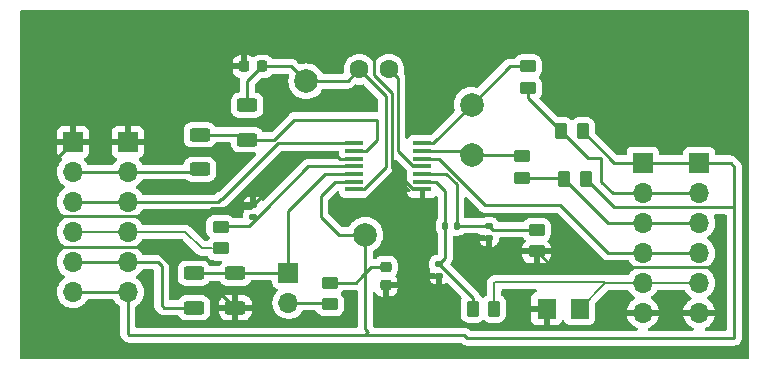
<source format=gbr>
%TF.GenerationSoftware,KiCad,Pcbnew,(6.0.4-0)*%
%TF.CreationDate,2025-08-27T16:40:30+02:00*%
%TF.ProjectId,FYP_PMIC,4659505f-504d-4494-932e-6b696361645f,rev?*%
%TF.SameCoordinates,Original*%
%TF.FileFunction,Copper,L1,Top*%
%TF.FilePolarity,Positive*%
%FSLAX46Y46*%
G04 Gerber Fmt 4.6, Leading zero omitted, Abs format (unit mm)*
G04 Created by KiCad (PCBNEW (6.0.4-0)) date 2025-08-27 16:40:30*
%MOMM*%
%LPD*%
G01*
G04 APERTURE LIST*
G04 Aperture macros list*
%AMRoundRect*
0 Rectangle with rounded corners*
0 $1 Rounding radius*
0 $2 $3 $4 $5 $6 $7 $8 $9 X,Y pos of 4 corners*
0 Add a 4 corners polygon primitive as box body*
4,1,4,$2,$3,$4,$5,$6,$7,$8,$9,$2,$3,0*
0 Add four circle primitives for the rounded corners*
1,1,$1+$1,$2,$3*
1,1,$1+$1,$4,$5*
1,1,$1+$1,$6,$7*
1,1,$1+$1,$8,$9*
0 Add four rect primitives between the rounded corners*
20,1,$1+$1,$2,$3,$4,$5,0*
20,1,$1+$1,$4,$5,$6,$7,0*
20,1,$1+$1,$6,$7,$8,$9,0*
20,1,$1+$1,$8,$9,$2,$3,0*%
G04 Aperture macros list end*
%TA.AperFunction,SMDPad,CuDef*%
%ADD10RoundRect,0.140000X-0.170000X0.140000X-0.170000X-0.140000X0.170000X-0.140000X0.170000X0.140000X0*%
%TD*%
%TA.AperFunction,SMDPad,CuDef*%
%ADD11RoundRect,0.140000X0.170000X-0.140000X0.170000X0.140000X-0.170000X0.140000X-0.170000X-0.140000X0*%
%TD*%
%TA.AperFunction,SMDPad,CuDef*%
%ADD12RoundRect,0.250000X0.262500X0.450000X-0.262500X0.450000X-0.262500X-0.450000X0.262500X-0.450000X0*%
%TD*%
%TA.AperFunction,SMDPad,CuDef*%
%ADD13RoundRect,0.250000X-0.450000X0.262500X-0.450000X-0.262500X0.450000X-0.262500X0.450000X0.262500X0*%
%TD*%
%TA.AperFunction,SMDPad,CuDef*%
%ADD14RoundRect,0.225000X0.225000X0.250000X-0.225000X0.250000X-0.225000X-0.250000X0.225000X-0.250000X0*%
%TD*%
%TA.AperFunction,SMDPad,CuDef*%
%ADD15C,2.000000*%
%TD*%
%TA.AperFunction,SMDPad,CuDef*%
%ADD16R,1.600000X1.800000*%
%TD*%
%TA.AperFunction,ComponentPad*%
%ADD17C,1.600000*%
%TD*%
%TA.AperFunction,ComponentPad*%
%ADD18R,1.700000X1.700000*%
%TD*%
%TA.AperFunction,ComponentPad*%
%ADD19O,1.700000X1.700000*%
%TD*%
%TA.AperFunction,SMDPad,CuDef*%
%ADD20RoundRect,0.250000X0.625000X-0.312500X0.625000X0.312500X-0.625000X0.312500X-0.625000X-0.312500X0*%
%TD*%
%TA.AperFunction,SMDPad,CuDef*%
%ADD21RoundRect,0.225000X0.250000X-0.225000X0.250000X0.225000X-0.250000X0.225000X-0.250000X-0.225000X0*%
%TD*%
%TA.AperFunction,SMDPad,CuDef*%
%ADD22RoundRect,0.250000X-0.262500X-0.450000X0.262500X-0.450000X0.262500X0.450000X-0.262500X0.450000X0*%
%TD*%
%TA.AperFunction,SMDPad,CuDef*%
%ADD23RoundRect,0.250000X-0.625000X0.312500X-0.625000X-0.312500X0.625000X-0.312500X0.625000X0.312500X0*%
%TD*%
%TA.AperFunction,SMDPad,CuDef*%
%ADD24RoundRect,0.140000X-0.140000X-0.170000X0.140000X-0.170000X0.140000X0.170000X-0.140000X0.170000X0*%
%TD*%
%TA.AperFunction,SMDPad,CuDef*%
%ADD25RoundRect,0.051250X-0.733750X-0.153750X0.733750X-0.153750X0.733750X0.153750X-0.733750X0.153750X0*%
%TD*%
%TA.AperFunction,SMDPad,CuDef*%
%ADD26RoundRect,0.250000X0.450000X-0.262500X0.450000X0.262500X-0.450000X0.262500X-0.450000X-0.262500X0*%
%TD*%
%TA.AperFunction,Conductor*%
%ADD27C,0.250000*%
%TD*%
%TA.AperFunction,Conductor*%
%ADD28C,0.200000*%
%TD*%
G04 APERTURE END LIST*
D10*
%TO.P,C_SRP2,1*%
%TO.N,Net-(BQ35100-Pad9)*%
X83500000Y-72500000D03*
%TO.P,C_SRP2,2*%
%TO.N,GND*%
X83500000Y-73460000D03*
%TD*%
D11*
%TO.P,C_bat1,1*%
%TO.N,Net-(BQ35100-Pad4)*%
X67750000Y-68480000D03*
%TO.P,C_bat1,2*%
%TO.N,GND*%
X67750000Y-67520000D03*
%TD*%
D12*
%TO.P,R_SRN1,1*%
%TO.N,/BAT-*%
X88162500Y-76250000D03*
%TO.P,R_SRN1,2*%
%TO.N,Net-(BQ35100-Pad9)*%
X86337500Y-76250000D03*
%TD*%
D13*
%TO.P,R_ge_in1,1*%
%TO.N,/VSUPPLY*%
X74250000Y-74062500D03*
%TO.P,R_ge_in1,2*%
%TO.N,Net-(JP_GE1-Pad2)*%
X74250000Y-75887500D03*
%TD*%
D14*
%TO.P,C_reg1,1*%
%TO.N,/REG25*%
X68525000Y-55750000D03*
%TO.P,C_reg1,2*%
%TO.N,GND*%
X66975000Y-55750000D03*
%TD*%
D15*
%TO.P,TP_SCL1,1,1*%
%TO.N,Net-(BQ35100-Pad13)*%
X86250000Y-63250000D03*
%TD*%
D16*
%TO.P,R_CRS1,1*%
%TO.N,GND*%
X92600000Y-76250000D03*
%TO.P,R_CRS1,2*%
%TO.N,/BAT-*%
X95400000Y-76250000D03*
%TD*%
D13*
%TO.P,R_bat1,1*%
%TO.N,Net-(BQ35100-Pad4)*%
X65000000Y-69337500D03*
%TO.P,R_bat1,2*%
%TO.N,/BAT+*%
X65000000Y-71162500D03*
%TD*%
D17*
%TO.P,TH_TS1,1*%
%TO.N,/REG25*%
X76750000Y-56000000D03*
%TO.P,TH_TS1,2*%
%TO.N,Net-(BQ35100-Pad11)*%
X79250000Y-56000000D03*
%TD*%
D18*
%TO.P,J2_female1,1,Pin_1*%
%TO.N,GND*%
X57150000Y-62150000D03*
D19*
%TO.P,J2_female1,2,Pin_2*%
%TO.N,/ALERT*%
X57150000Y-64690000D03*
%TO.P,J2_female1,3,Pin_3*%
%TO.N,/VIN*%
X57150000Y-67230000D03*
%TO.P,J2_female1,4,Pin_4*%
%TO.N,/BAT+*%
X57150000Y-69770000D03*
%TO.P,J2_female1,5,Pin_5*%
%TO.N,/GAUGE_ENABLE*%
X57150000Y-72310000D03*
%TO.P,J2_female1,6,Pin_6*%
%TO.N,/VSUPPLY*%
X57150000Y-74850000D03*
%TD*%
D20*
%TO.P,R_alert2,1*%
%TO.N,/ALERT*%
X63250000Y-64462500D03*
%TO.P,R_alert2,2*%
%TO.N,Net-(BQ35100-Pad2)*%
X63250000Y-61537500D03*
%TD*%
D21*
%TO.P,C_regin1,1*%
%TO.N,GND*%
X79000000Y-74275000D03*
%TO.P,C_regin1,2*%
%TO.N,/VSUPPLY*%
X79000000Y-72725000D03*
%TD*%
D15*
%TO.P,TP_REGIN1,1,1*%
%TO.N,/VSUPPLY*%
X77250000Y-70000000D03*
%TD*%
D22*
%TO.P,R_SCL2,1*%
%TO.N,/I2C_CLK*%
X94087500Y-65250000D03*
%TO.P,R_SCL2,2*%
%TO.N,/VSUPPLY*%
X95912500Y-65250000D03*
%TD*%
D18*
%TO.P,JP_GE1,1,Pin_1*%
%TO.N,Net-(BQ35100-Pad5)*%
X70750000Y-73225000D03*
D19*
%TO.P,JP_GE1,2,Pin_2*%
%TO.N,Net-(JP_GE1-Pad2)*%
X70750000Y-75765000D03*
%TD*%
D10*
%TO.P,C_SRN2,1*%
%TO.N,Net-(BQ35100-Pad10)*%
X87750000Y-69290000D03*
%TO.P,C_SRN2,2*%
%TO.N,GND*%
X87750000Y-70250000D03*
%TD*%
D23*
%TO.P,R_ge1,1*%
%TO.N,Net-(BQ35100-Pad5)*%
X66250000Y-73262500D03*
%TO.P,R_ge1,2*%
%TO.N,GND*%
X66250000Y-76187500D03*
%TD*%
%TO.P,R_alert1,1*%
%TO.N,/REG25*%
X67250000Y-59037500D03*
%TO.P,R_alert1,2*%
%TO.N,Net-(BQ35100-Pad2)*%
X67250000Y-61962500D03*
%TD*%
D18*
%TO.P,J1_male1,1,Pin_1*%
%TO.N,/VSUPPLY*%
X100750000Y-63900000D03*
D19*
%TO.P,J1_male1,2,Pin_2*%
%TO.N,/I2C_DATA*%
X100750000Y-66440000D03*
%TO.P,J1_male1,3,Pin_3*%
%TO.N,/I2C_CLK*%
X100750000Y-68980000D03*
%TO.P,J1_male1,4,Pin_4*%
%TO.N,/VEN*%
X100750000Y-71520000D03*
%TO.P,J1_male1,5,Pin_5*%
%TO.N,/BAT-*%
X100750000Y-74060000D03*
%TO.P,J1_male1,6,Pin_6*%
%TO.N,GND*%
X100750000Y-76600000D03*
%TD*%
D24*
%TO.P,C_SR1,1*%
%TO.N,Net-(BQ35100-Pad9)*%
X84020000Y-69250000D03*
%TO.P,C_SR1,2*%
%TO.N,Net-(BQ35100-Pad10)*%
X84980000Y-69250000D03*
%TD*%
D20*
%TO.P,R_ge2,1*%
%TO.N,/GAUGE_ENABLE*%
X62750000Y-76187500D03*
%TO.P,R_ge2,2*%
%TO.N,Net-(BQ35100-Pad5)*%
X62750000Y-73262500D03*
%TD*%
D15*
%TO.P,TP_REG1,1,1*%
%TO.N,/REG25*%
X72250000Y-57000000D03*
%TD*%
%TO.P,TP_SDA1,1,1*%
%TO.N,Net-(BQ35100-Pad14)*%
X86250000Y-59000000D03*
%TD*%
D25*
%TO.P,BQ35100,1,VIN*%
%TO.N,/VIN*%
X76336250Y-62271250D03*
%TO.P,BQ35100,2,ALERT*%
%TO.N,Net-(BQ35100-Pad2)*%
X76336250Y-62921250D03*
%TO.P,BQ35100,3,NC*%
%TO.N,GND*%
X76336250Y-63571250D03*
%TO.P,BQ35100,4,BAT*%
%TO.N,Net-(BQ35100-Pad4)*%
X76336250Y-64221250D03*
%TO.P,BQ35100,5,GE*%
%TO.N,Net-(BQ35100-Pad5)*%
X76336250Y-64871250D03*
%TO.P,BQ35100,6,REGIN*%
%TO.N,/VSUPPLY*%
X76336250Y-65521250D03*
%TO.P,BQ35100,7,REG25*%
%TO.N,/REG25*%
X76336250Y-66171250D03*
%TO.P,BQ35100,8,VSS*%
%TO.N,GND*%
X82076250Y-66171250D03*
%TO.P,BQ35100,9,SRP*%
%TO.N,Net-(BQ35100-Pad9)*%
X82076250Y-65521250D03*
%TO.P,BQ35100,10,SRN*%
%TO.N,Net-(BQ35100-Pad10)*%
X82076250Y-64871250D03*
%TO.P,BQ35100,11,TS*%
%TO.N,Net-(BQ35100-Pad11)*%
X82076250Y-64221250D03*
%TO.P,BQ35100,12,VEN*%
%TO.N,/VEN*%
X82076250Y-63571250D03*
%TO.P,BQ35100,13,SCL*%
%TO.N,Net-(BQ35100-Pad13)*%
X82076250Y-62921250D03*
%TO.P,BQ35100,14,SDA*%
%TO.N,Net-(BQ35100-Pad14)*%
X82076250Y-62271250D03*
%TD*%
D26*
%TO.P,R_SRP1,1*%
%TO.N,GND*%
X91750000Y-71412500D03*
%TO.P,R_SRP1,2*%
%TO.N,Net-(BQ35100-Pad10)*%
X91750000Y-69587500D03*
%TD*%
D18*
%TO.P,J2_male1,1,Pin_1*%
%TO.N,GND*%
X52500000Y-62150000D03*
D19*
%TO.P,J2_male1,2,Pin_2*%
%TO.N,/ALERT*%
X52500000Y-64690000D03*
%TO.P,J2_male1,3,Pin_3*%
%TO.N,/VIN*%
X52500000Y-67230000D03*
%TO.P,J2_male1,4,Pin_4*%
%TO.N,/BAT+*%
X52500000Y-69770000D03*
%TO.P,J2_male1,5,Pin_5*%
%TO.N,/GAUGE_ENABLE*%
X52500000Y-72310000D03*
%TO.P,J2_male1,6,Pin_6*%
%TO.N,/VSUPPLY*%
X52500000Y-74850000D03*
%TD*%
D18*
%TO.P,J1_female1,1,Pin_1*%
%TO.N,/VSUPPLY*%
X105525000Y-63925000D03*
D19*
%TO.P,J1_female1,2,Pin_2*%
%TO.N,/I2C_DATA*%
X105525000Y-66465000D03*
%TO.P,J1_female1,3,Pin_3*%
%TO.N,/I2C_CLK*%
X105525000Y-69005000D03*
%TO.P,J1_female1,4,Pin_4*%
%TO.N,/VEN*%
X105525000Y-71545000D03*
%TO.P,J1_female1,5,Pin_5*%
%TO.N,/BAT-*%
X105525000Y-74085000D03*
%TO.P,J1_female1,6,Pin_6*%
%TO.N,GND*%
X105525000Y-76625000D03*
%TD*%
D26*
%TO.P,R_SCL_1,1*%
%TO.N,/I2C_CLK*%
X90500000Y-65162500D03*
%TO.P,R_SCL_1,2*%
%TO.N,Net-(BQ35100-Pad13)*%
X90500000Y-63337500D03*
%TD*%
%TO.P,R_SDA_1,1*%
%TO.N,/I2C_DATA*%
X91000000Y-57575000D03*
%TO.P,R_SDA_1,2*%
%TO.N,Net-(BQ35100-Pad14)*%
X91000000Y-55750000D03*
%TD*%
D22*
%TO.P,R_SDA_2,1*%
%TO.N,/I2C_DATA*%
X93837500Y-61250000D03*
%TO.P,R_SDA_2,2*%
%TO.N,/VSUPPLY*%
X95662500Y-61250000D03*
%TD*%
D27*
%TO.N,Net-(BQ35100-Pad2)*%
X69537500Y-61962500D02*
X71250000Y-60250000D01*
X78250000Y-62000000D02*
X77328750Y-62921250D01*
X66825000Y-61537500D02*
X67250000Y-61962500D01*
X67250000Y-61962500D02*
X69537500Y-61962500D01*
X77328750Y-62921250D02*
X76336250Y-62921250D01*
X78250000Y-60250000D02*
X78250000Y-62000000D01*
X71250000Y-60250000D02*
X78250000Y-60250000D01*
X63250000Y-61537500D02*
X66825000Y-61537500D01*
%TO.N,GND*%
X64812500Y-74750000D02*
X66250000Y-76187500D01*
X50000000Y-70250000D02*
X50750000Y-71000000D01*
X50095489Y-68404511D02*
X50000000Y-68500000D01*
X93032011Y-72694511D02*
X91750000Y-71412500D01*
X106969511Y-72719511D02*
X105038501Y-72719511D01*
X107625000Y-76625000D02*
X107750000Y-76500000D01*
X79500000Y-64363919D02*
X81307331Y-66171250D01*
X105013501Y-72694511D02*
X93032011Y-72694511D01*
X60750000Y-72500000D02*
X60750000Y-74000000D01*
X50000000Y-68500000D02*
X50000000Y-70250000D01*
X63595489Y-68404511D02*
X50095489Y-68404511D01*
X105038501Y-72719511D02*
X105013501Y-72694511D01*
X50750000Y-71000000D02*
X59250000Y-71000000D01*
X105400000Y-76600000D02*
X100750000Y-76600000D01*
X64250000Y-67750000D02*
X63595489Y-68404511D01*
X79500000Y-58000000D02*
X79500000Y-64363919D01*
X57250000Y-52750000D02*
X77500000Y-52750000D01*
X74750000Y-63250000D02*
X72020000Y-63250000D01*
X75071250Y-63571250D02*
X74750000Y-63250000D01*
X57150000Y-62150000D02*
X57150000Y-52850000D01*
X61500000Y-74750000D02*
X64812500Y-74750000D01*
X52500000Y-62150000D02*
X50000000Y-64650000D01*
X78000000Y-53250000D02*
X78000000Y-56500000D01*
X81307331Y-66171250D02*
X82076250Y-66171250D01*
X57150000Y-52850000D02*
X57250000Y-52750000D01*
X50000000Y-64650000D02*
X50000000Y-68500000D01*
X72020000Y-63250000D02*
X67750000Y-67520000D01*
X78000000Y-56500000D02*
X79500000Y-58000000D01*
X77500000Y-52750000D02*
X78000000Y-53250000D01*
X107750000Y-73500000D02*
X106969511Y-72719511D01*
X67750000Y-67520000D02*
X67520000Y-67750000D01*
X105525000Y-76625000D02*
X107625000Y-76625000D01*
X60750000Y-74000000D02*
X61500000Y-74750000D01*
X67520000Y-67750000D02*
X64250000Y-67750000D01*
X107750000Y-76500000D02*
X107750000Y-73500000D01*
X76336250Y-63571250D02*
X75071250Y-63571250D01*
X57150000Y-62150000D02*
X52500000Y-62150000D01*
X59250000Y-71000000D02*
X60750000Y-72500000D01*
%TO.N,/REG25*%
X79000000Y-64276419D02*
X77105169Y-66171250D01*
X75750000Y-57000000D02*
X76750000Y-56000000D01*
X72250000Y-57000000D02*
X75750000Y-57000000D01*
X68525000Y-55750000D02*
X71000000Y-55750000D01*
X76750000Y-56000000D02*
X79000000Y-58250000D01*
X79000000Y-58250000D02*
X79000000Y-64276419D01*
X67250000Y-57025000D02*
X68525000Y-55750000D01*
X71000000Y-55750000D02*
X72250000Y-57000000D01*
X77105169Y-66171250D02*
X76336250Y-66171250D01*
X67250000Y-59037500D02*
X67250000Y-57025000D01*
%TO.N,/VSUPPLY*%
X77250000Y-70000000D02*
X75000000Y-70000000D01*
X100750000Y-63900000D02*
X98312500Y-63900000D01*
X75000000Y-70000000D02*
X73500000Y-68500000D01*
X57150000Y-74850000D02*
X57150000Y-78400000D01*
X85862493Y-78750000D02*
X85612493Y-78500000D01*
X77250000Y-78500000D02*
X77500000Y-78250000D01*
X98302011Y-67639511D02*
X108389511Y-67639511D01*
X98312500Y-63900000D02*
X95662500Y-61250000D01*
X79000000Y-72725000D02*
X77775000Y-72725000D01*
X108389511Y-67639511D02*
X108500000Y-67750000D01*
X105525000Y-63925000D02*
X108175000Y-63925000D01*
X74250000Y-74062500D02*
X76437500Y-74062500D01*
X105500000Y-63900000D02*
X105525000Y-63925000D01*
X77775000Y-72725000D02*
X77000000Y-73500000D01*
X108175000Y-63925000D02*
X108500000Y-64250000D01*
X77250000Y-78000000D02*
X77250000Y-73250000D01*
X74728750Y-65521250D02*
X76336250Y-65521250D01*
X73500000Y-68500000D02*
X73500000Y-66750000D01*
X77250000Y-73250000D02*
X77250000Y-70000000D01*
X57250000Y-78500000D02*
X77250000Y-78500000D01*
X52500000Y-74850000D02*
X57150000Y-74850000D01*
X73500000Y-66750000D02*
X74728750Y-65521250D01*
X95912500Y-65250000D02*
X98302011Y-67639511D01*
X85612493Y-78500000D02*
X77250000Y-78500000D01*
X77500000Y-78250000D02*
X77250000Y-78000000D01*
X108500000Y-64250000D02*
X108500000Y-67750000D01*
X76437500Y-74062500D02*
X77000000Y-73500000D01*
X100750000Y-63900000D02*
X105500000Y-63900000D01*
X108500000Y-67750000D02*
X108500000Y-78750000D01*
X108500000Y-78750000D02*
X85862493Y-78750000D01*
X77000000Y-73500000D02*
X77250000Y-73250000D01*
X57150000Y-78400000D02*
X57250000Y-78500000D01*
%TO.N,Net-(BQ35100-Pad4)*%
X65662500Y-69250000D02*
X67421250Y-69250000D01*
X67421250Y-69250000D02*
X68700000Y-67971250D01*
X68700000Y-67964320D02*
X72443070Y-64221250D01*
X72443070Y-64221250D02*
X76336250Y-64221250D01*
X68700000Y-67971250D02*
X68700000Y-67964320D01*
%TO.N,Net-(BQ35100-Pad5)*%
X62750000Y-73262500D02*
X66250000Y-73262500D01*
X66287500Y-73225000D02*
X70750000Y-73225000D01*
X66250000Y-73262500D02*
X66287500Y-73225000D01*
X70750000Y-68000000D02*
X73878750Y-64871250D01*
X70750000Y-73225000D02*
X70750000Y-68000000D01*
X73878750Y-64871250D02*
X76336250Y-64871250D01*
%TO.N,Net-(BQ35100-Pad9)*%
X86337500Y-76250000D02*
X86337500Y-75330570D01*
X83506930Y-72500000D02*
X83500000Y-72500000D01*
X83500000Y-72500000D02*
X84020000Y-71980000D01*
X82097500Y-65500000D02*
X82076250Y-65521250D01*
X84020000Y-69250000D02*
X84020000Y-66270000D01*
X84020000Y-66270000D02*
X83250000Y-65500000D01*
X84020000Y-71980000D02*
X84020000Y-69250000D01*
X86337500Y-75330570D02*
X83506930Y-72500000D01*
X83250000Y-65500000D02*
X82097500Y-65500000D01*
%TO.N,Net-(JP_GE1-Pad2)*%
X70750000Y-75765000D02*
X74127500Y-75765000D01*
X74127500Y-75765000D02*
X74250000Y-75887500D01*
D28*
%TO.N,/BAT+*%
X63412500Y-71162500D02*
X64250000Y-71162500D01*
X52500000Y-69770000D02*
X57150000Y-69770000D01*
X57150000Y-69770000D02*
X62020000Y-69770000D01*
X62020000Y-69770000D02*
X63412500Y-71162500D01*
%TO.N,/BAT-*%
X88250000Y-74000000D02*
X88162500Y-74087500D01*
X88162500Y-74087500D02*
X88162500Y-76250000D01*
X97590000Y-74060000D02*
X95400000Y-76250000D01*
X105525000Y-74085000D02*
X100775000Y-74085000D01*
X100750000Y-74060000D02*
X97590000Y-74060000D01*
X97590000Y-74060000D02*
X97530000Y-74000000D01*
X97530000Y-74000000D02*
X88250000Y-74000000D01*
X100775000Y-74085000D02*
X100750000Y-74060000D01*
D27*
%TO.N,/I2C_CLK*%
X94000000Y-65162500D02*
X94087500Y-65250000D01*
X97817500Y-68980000D02*
X100750000Y-68980000D01*
X100775000Y-69005000D02*
X100750000Y-68980000D01*
X94087500Y-65250000D02*
X97817500Y-68980000D01*
X105525000Y-69005000D02*
X100775000Y-69005000D01*
X90500000Y-65162500D02*
X94000000Y-65162500D01*
%TO.N,/I2C_DATA*%
X97250000Y-63500000D02*
X96087500Y-63500000D01*
X100750000Y-66440000D02*
X98190000Y-66440000D01*
X96087500Y-63500000D02*
X93837500Y-61250000D01*
X93837500Y-61250000D02*
X91000000Y-58412500D01*
X97250000Y-65500000D02*
X97250000Y-63500000D01*
X91000000Y-58412500D02*
X91000000Y-57575000D01*
X98190000Y-66440000D02*
X97250000Y-65500000D01*
X100775000Y-66465000D02*
X100750000Y-66440000D01*
X105525000Y-66465000D02*
X100775000Y-66465000D01*
%TO.N,/ALERT*%
X63022500Y-64690000D02*
X63250000Y-64462500D01*
X57150000Y-64690000D02*
X63022500Y-64690000D01*
X52500000Y-64690000D02*
X57150000Y-64690000D01*
%TO.N,/GAUGE_ENABLE*%
X59675000Y-72310000D02*
X60000000Y-72635000D01*
X60212500Y-76187500D02*
X62750000Y-76187500D01*
X60000000Y-72635000D02*
X60000000Y-75975000D01*
X60000000Y-75975000D02*
X60212500Y-76187500D01*
X57150000Y-72310000D02*
X52500000Y-72310000D01*
X57150000Y-72310000D02*
X59675000Y-72310000D01*
%TO.N,/VIN*%
X64770000Y-67230000D02*
X65000000Y-67000000D01*
X65000000Y-67000000D02*
X65135717Y-67000000D01*
X69864467Y-62271250D02*
X76336250Y-62271250D01*
X65135717Y-67000000D02*
X69864467Y-62271250D01*
X57150000Y-67230000D02*
X52500000Y-67230000D01*
X57150000Y-67230000D02*
X64770000Y-67230000D01*
%TO.N,/VEN*%
X100775000Y-71545000D02*
X100750000Y-71520000D01*
X87385718Y-67500000D02*
X83456968Y-63571250D01*
X105525000Y-71545000D02*
X100775000Y-71545000D01*
X97770000Y-71520000D02*
X93750000Y-67500000D01*
X83456968Y-63571250D02*
X82076250Y-63571250D01*
X100750000Y-71520000D02*
X97770000Y-71520000D01*
X93750000Y-67500000D02*
X87385718Y-67500000D01*
%TO.N,Net-(BQ35100-Pad10)*%
X82076250Y-64871250D02*
X84121250Y-64871250D01*
X84980000Y-69250000D02*
X87710000Y-69250000D01*
X84121250Y-64871250D02*
X84980000Y-65730000D01*
X87750000Y-69290000D02*
X88047500Y-69587500D01*
X88047500Y-69587500D02*
X91750000Y-69587500D01*
X84980000Y-65730000D02*
X84980000Y-69250000D01*
X87710000Y-69250000D02*
X87750000Y-69290000D01*
%TO.N,Net-(BQ35100-Pad11)*%
X81307331Y-64221250D02*
X82076250Y-64221250D01*
X80000000Y-56750000D02*
X80000000Y-62913919D01*
X80000000Y-62913919D02*
X81307331Y-64221250D01*
X79250000Y-56000000D02*
X80000000Y-56750000D01*
%TO.N,Net-(BQ35100-Pad13)*%
X85921250Y-62921250D02*
X86250000Y-63250000D01*
X86250000Y-63250000D02*
X90412500Y-63250000D01*
X90412500Y-63250000D02*
X90500000Y-63337500D01*
X82076250Y-62921250D02*
X85921250Y-62921250D01*
%TO.N,Net-(BQ35100-Pad14)*%
X82076250Y-62271250D02*
X82978750Y-62271250D01*
X82978750Y-62271250D02*
X86250000Y-59000000D01*
X86250000Y-59000000D02*
X89500000Y-55750000D01*
X89500000Y-55750000D02*
X91000000Y-55750000D01*
%TD*%
%TA.AperFunction,Conductor*%
%TO.N,GND*%
G36*
X109683621Y-51028502D02*
G01*
X109730114Y-51082158D01*
X109741500Y-51134500D01*
X109741500Y-80374000D01*
X109721498Y-80442121D01*
X109667842Y-80488614D01*
X109615500Y-80500000D01*
X48126000Y-80500000D01*
X48057879Y-80479998D01*
X48011386Y-80426342D01*
X48000000Y-80374000D01*
X48000000Y-74816695D01*
X51137251Y-74816695D01*
X51137548Y-74821848D01*
X51137548Y-74821851D01*
X51149302Y-75025695D01*
X51150110Y-75039715D01*
X51151247Y-75044761D01*
X51151248Y-75044767D01*
X51169839Y-75127257D01*
X51199222Y-75257639D01*
X51239346Y-75356453D01*
X51276013Y-75446753D01*
X51283266Y-75464616D01*
X51333287Y-75546243D01*
X51397291Y-75650688D01*
X51399987Y-75655088D01*
X51546250Y-75823938D01*
X51718126Y-75966632D01*
X51911000Y-76079338D01*
X51915825Y-76081180D01*
X51915826Y-76081181D01*
X51975219Y-76103861D01*
X52119692Y-76159030D01*
X52124760Y-76160061D01*
X52124763Y-76160062D01*
X52224881Y-76180431D01*
X52338597Y-76203567D01*
X52343772Y-76203757D01*
X52343774Y-76203757D01*
X52556673Y-76211564D01*
X52556677Y-76211564D01*
X52561837Y-76211753D01*
X52566957Y-76211097D01*
X52566959Y-76211097D01*
X52778288Y-76184025D01*
X52778289Y-76184025D01*
X52783416Y-76183368D01*
X52790896Y-76181124D01*
X52992429Y-76120661D01*
X52992434Y-76120659D01*
X52997384Y-76119174D01*
X53197994Y-76020896D01*
X53379860Y-75891173D01*
X53443350Y-75827905D01*
X53506330Y-75765144D01*
X53538096Y-75733489D01*
X53543626Y-75725794D01*
X53665435Y-75556277D01*
X53668453Y-75552077D01*
X53670746Y-75547437D01*
X53672446Y-75544608D01*
X53724674Y-75496518D01*
X53780451Y-75483500D01*
X55874274Y-75483500D01*
X55942395Y-75503502D01*
X55981707Y-75543665D01*
X56049987Y-75655088D01*
X56196250Y-75823938D01*
X56368126Y-75966632D01*
X56454070Y-76016853D01*
X56502794Y-76068491D01*
X56516500Y-76125641D01*
X56516500Y-78321233D01*
X56515973Y-78332416D01*
X56514298Y-78339909D01*
X56514547Y-78347835D01*
X56514547Y-78347836D01*
X56516438Y-78407986D01*
X56516500Y-78411945D01*
X56516500Y-78439856D01*
X56516997Y-78443790D01*
X56516997Y-78443791D01*
X56517005Y-78443856D01*
X56517938Y-78455693D01*
X56519327Y-78499889D01*
X56524978Y-78519339D01*
X56528987Y-78538700D01*
X56531526Y-78558797D01*
X56534445Y-78566168D01*
X56534445Y-78566170D01*
X56547804Y-78599912D01*
X56551649Y-78611142D01*
X56563982Y-78653593D01*
X56568015Y-78660412D01*
X56568017Y-78660417D01*
X56574293Y-78671028D01*
X56582988Y-78688776D01*
X56590448Y-78707617D01*
X56595110Y-78714033D01*
X56595110Y-78714034D01*
X56616436Y-78743387D01*
X56622952Y-78753307D01*
X56645458Y-78791362D01*
X56659779Y-78805683D01*
X56672619Y-78820716D01*
X56684528Y-78837107D01*
X56690634Y-78842158D01*
X56718605Y-78865298D01*
X56727384Y-78873288D01*
X56746343Y-78892247D01*
X56753887Y-78900537D01*
X56758000Y-78907018D01*
X56800916Y-78947318D01*
X56807667Y-78953658D01*
X56810509Y-78956413D01*
X56830230Y-78976134D01*
X56833425Y-78978612D01*
X56842447Y-78986318D01*
X56874679Y-79016586D01*
X56881628Y-79020406D01*
X56892432Y-79026346D01*
X56908956Y-79037199D01*
X56924959Y-79049613D01*
X56965543Y-79067176D01*
X56976173Y-79072383D01*
X57014940Y-79093695D01*
X57022617Y-79095666D01*
X57022622Y-79095668D01*
X57034558Y-79098732D01*
X57053266Y-79105137D01*
X57071855Y-79113181D01*
X57079680Y-79114420D01*
X57079682Y-79114421D01*
X57115519Y-79120097D01*
X57127140Y-79122504D01*
X57160630Y-79131102D01*
X57169970Y-79133500D01*
X57190231Y-79133500D01*
X57209940Y-79135051D01*
X57229943Y-79138219D01*
X57237835Y-79137473D01*
X57243062Y-79136979D01*
X57273954Y-79134059D01*
X57285811Y-79133500D01*
X77171233Y-79133500D01*
X77182416Y-79134027D01*
X77189909Y-79135702D01*
X77197835Y-79135453D01*
X77197836Y-79135453D01*
X77257986Y-79133562D01*
X77261945Y-79133500D01*
X85295562Y-79133500D01*
X85363683Y-79153502D01*
X85381814Y-79167650D01*
X85420159Y-79203658D01*
X85423002Y-79206413D01*
X85442723Y-79226134D01*
X85445918Y-79228612D01*
X85454940Y-79236318D01*
X85487172Y-79266586D01*
X85498351Y-79272732D01*
X85504925Y-79276346D01*
X85521449Y-79287199D01*
X85537452Y-79299613D01*
X85578036Y-79317176D01*
X85588666Y-79322383D01*
X85627433Y-79343695D01*
X85635110Y-79345666D01*
X85635115Y-79345668D01*
X85647051Y-79348732D01*
X85665759Y-79355137D01*
X85684348Y-79363181D01*
X85692173Y-79364420D01*
X85692175Y-79364421D01*
X85728012Y-79370097D01*
X85739633Y-79372504D01*
X85774782Y-79381528D01*
X85782463Y-79383500D01*
X85802724Y-79383500D01*
X85822433Y-79385051D01*
X85842436Y-79388219D01*
X85850328Y-79387473D01*
X85855555Y-79386979D01*
X85886447Y-79384059D01*
X85898304Y-79383500D01*
X108428207Y-79383500D01*
X108451816Y-79385732D01*
X108452119Y-79385790D01*
X108452123Y-79385790D01*
X108459906Y-79387275D01*
X108515951Y-79383749D01*
X108523862Y-79383500D01*
X108539856Y-79383500D01*
X108555730Y-79381494D01*
X108563590Y-79380752D01*
X108591049Y-79379024D01*
X108611737Y-79377723D01*
X108611738Y-79377723D01*
X108619650Y-79377225D01*
X108627191Y-79374775D01*
X108627487Y-79374679D01*
X108650631Y-79369506D01*
X108650935Y-79369468D01*
X108650940Y-79369467D01*
X108658797Y-79368474D01*
X108666162Y-79365558D01*
X108666166Y-79365557D01*
X108711011Y-79347801D01*
X108718430Y-79345129D01*
X108771875Y-79327764D01*
X108778572Y-79323514D01*
X108778831Y-79323350D01*
X108799958Y-79312585D01*
X108800246Y-79312471D01*
X108800251Y-79312468D01*
X108807617Y-79309552D01*
X108814025Y-79304896D01*
X108814031Y-79304893D01*
X108853052Y-79276542D01*
X108859589Y-79272099D01*
X108907018Y-79242000D01*
X108912659Y-79235993D01*
X108930446Y-79220312D01*
X108930691Y-79220134D01*
X108930693Y-79220132D01*
X108937107Y-79215472D01*
X108942162Y-79209362D01*
X108972903Y-79172204D01*
X108978134Y-79166270D01*
X109011158Y-79131102D01*
X109011160Y-79131099D01*
X109016586Y-79125321D01*
X109020558Y-79118097D01*
X109033881Y-79098494D01*
X109034080Y-79098254D01*
X109034084Y-79098247D01*
X109039133Y-79092144D01*
X109063047Y-79041324D01*
X109066629Y-79034292D01*
X109093695Y-78985060D01*
X109095665Y-78977385D01*
X109095668Y-78977379D01*
X109095744Y-78977081D01*
X109103776Y-78954772D01*
X109103906Y-78954497D01*
X109103909Y-78954489D01*
X109107283Y-78947318D01*
X109117806Y-78892151D01*
X109119532Y-78884429D01*
X109124445Y-78865298D01*
X109133500Y-78830030D01*
X109133500Y-78821793D01*
X109135732Y-78798184D01*
X109135790Y-78797881D01*
X109135790Y-78797877D01*
X109137275Y-78790094D01*
X109133749Y-78734049D01*
X109133500Y-78726138D01*
X109133500Y-67828767D01*
X109134027Y-67817584D01*
X109135702Y-67810091D01*
X109135202Y-67794166D01*
X109133562Y-67742014D01*
X109133500Y-67738055D01*
X109133500Y-64328763D01*
X109134027Y-64317579D01*
X109135701Y-64310091D01*
X109133562Y-64242032D01*
X109133500Y-64238075D01*
X109133500Y-64210144D01*
X109132994Y-64206138D01*
X109132061Y-64194292D01*
X109130922Y-64158037D01*
X109130673Y-64150110D01*
X109125022Y-64130658D01*
X109121014Y-64111306D01*
X109119468Y-64099068D01*
X109119467Y-64099066D01*
X109118474Y-64091203D01*
X109102194Y-64050086D01*
X109098359Y-64038885D01*
X109086018Y-63996406D01*
X109081985Y-63989587D01*
X109081983Y-63989582D01*
X109075707Y-63978971D01*
X109067010Y-63961221D01*
X109059552Y-63942383D01*
X109049806Y-63928968D01*
X109033572Y-63906625D01*
X109027053Y-63896701D01*
X109008578Y-63865460D01*
X109008574Y-63865455D01*
X109004542Y-63858637D01*
X108990218Y-63844313D01*
X108977376Y-63829278D01*
X108976739Y-63828401D01*
X108965472Y-63812893D01*
X108931406Y-63784711D01*
X108922627Y-63776722D01*
X108678652Y-63532747D01*
X108671112Y-63524461D01*
X108667000Y-63517982D01*
X108660642Y-63512011D01*
X108617349Y-63471357D01*
X108614507Y-63468602D01*
X108594770Y-63448865D01*
X108591573Y-63446385D01*
X108582551Y-63438680D01*
X108568827Y-63425792D01*
X108550321Y-63408414D01*
X108543375Y-63404595D01*
X108543372Y-63404593D01*
X108532566Y-63398652D01*
X108516047Y-63387801D01*
X108514656Y-63386722D01*
X108500041Y-63375386D01*
X108492772Y-63372241D01*
X108492768Y-63372238D01*
X108459463Y-63357826D01*
X108448813Y-63352609D01*
X108410060Y-63331305D01*
X108390437Y-63326267D01*
X108371734Y-63319863D01*
X108360420Y-63314967D01*
X108360419Y-63314967D01*
X108353145Y-63311819D01*
X108345322Y-63310580D01*
X108345312Y-63310577D01*
X108309476Y-63304901D01*
X108297856Y-63302495D01*
X108262711Y-63293472D01*
X108262710Y-63293472D01*
X108255030Y-63291500D01*
X108234776Y-63291500D01*
X108215065Y-63289949D01*
X108202886Y-63288020D01*
X108195057Y-63286780D01*
X108187165Y-63287526D01*
X108151039Y-63290941D01*
X108139181Y-63291500D01*
X107009500Y-63291500D01*
X106941379Y-63271498D01*
X106894886Y-63217842D01*
X106883500Y-63165500D01*
X106883500Y-63026866D01*
X106876745Y-62964684D01*
X106825615Y-62828295D01*
X106738261Y-62711739D01*
X106621705Y-62624385D01*
X106485316Y-62573255D01*
X106423134Y-62566500D01*
X104626866Y-62566500D01*
X104564684Y-62573255D01*
X104428295Y-62624385D01*
X104311739Y-62711739D01*
X104224385Y-62828295D01*
X104173255Y-62964684D01*
X104166500Y-63026866D01*
X104166500Y-63140500D01*
X104146498Y-63208621D01*
X104092842Y-63255114D01*
X104040500Y-63266500D01*
X102234500Y-63266500D01*
X102166379Y-63246498D01*
X102119886Y-63192842D01*
X102108500Y-63140500D01*
X102108500Y-63001866D01*
X102101745Y-62939684D01*
X102050615Y-62803295D01*
X101963261Y-62686739D01*
X101846705Y-62599385D01*
X101710316Y-62548255D01*
X101648134Y-62541500D01*
X99851866Y-62541500D01*
X99789684Y-62548255D01*
X99653295Y-62599385D01*
X99536739Y-62686739D01*
X99449385Y-62803295D01*
X99398255Y-62939684D01*
X99391500Y-63001866D01*
X99391500Y-63140500D01*
X99371498Y-63208621D01*
X99317842Y-63255114D01*
X99265500Y-63266500D01*
X98627094Y-63266500D01*
X98558973Y-63246498D01*
X98537999Y-63229595D01*
X96720405Y-61412000D01*
X96686379Y-61349688D01*
X96683500Y-61322905D01*
X96683500Y-60749600D01*
X96683163Y-60746350D01*
X96673238Y-60650692D01*
X96673237Y-60650688D01*
X96672526Y-60643834D01*
X96666475Y-60625695D01*
X96618868Y-60483002D01*
X96616550Y-60476054D01*
X96523478Y-60325652D01*
X96398303Y-60200695D01*
X96392072Y-60196854D01*
X96253968Y-60111725D01*
X96253966Y-60111724D01*
X96247738Y-60107885D01*
X96087254Y-60054655D01*
X96086389Y-60054368D01*
X96086387Y-60054368D01*
X96079861Y-60052203D01*
X96073025Y-60051503D01*
X96073022Y-60051502D01*
X96029969Y-60047091D01*
X95975400Y-60041500D01*
X95349600Y-60041500D01*
X95346354Y-60041837D01*
X95346350Y-60041837D01*
X95250692Y-60051762D01*
X95250688Y-60051763D01*
X95243834Y-60052474D01*
X95237298Y-60054655D01*
X95237296Y-60054655D01*
X95115334Y-60095345D01*
X95076054Y-60108450D01*
X94925652Y-60201522D01*
X94920479Y-60206704D01*
X94839216Y-60288109D01*
X94776934Y-60322188D01*
X94706114Y-60317185D01*
X94661025Y-60288264D01*
X94578483Y-60205866D01*
X94573303Y-60200695D01*
X94567072Y-60196854D01*
X94428968Y-60111725D01*
X94428966Y-60111724D01*
X94422738Y-60107885D01*
X94262254Y-60054655D01*
X94261389Y-60054368D01*
X94261387Y-60054368D01*
X94254861Y-60052203D01*
X94248025Y-60051503D01*
X94248022Y-60051502D01*
X94204969Y-60047091D01*
X94150400Y-60041500D01*
X93577094Y-60041500D01*
X93508973Y-60021498D01*
X93487999Y-60004595D01*
X92010886Y-58527481D01*
X91976860Y-58465169D01*
X91981925Y-58394353D01*
X92010807Y-58349369D01*
X92044133Y-58315984D01*
X92049305Y-58310803D01*
X92088932Y-58246517D01*
X92138275Y-58166468D01*
X92138276Y-58166466D01*
X92142115Y-58160238D01*
X92173302Y-58066213D01*
X92195632Y-57998889D01*
X92195632Y-57998887D01*
X92197797Y-57992361D01*
X92199323Y-57977474D01*
X92205552Y-57916671D01*
X92208500Y-57887900D01*
X92208500Y-57262100D01*
X92208045Y-57257712D01*
X92198238Y-57163192D01*
X92198237Y-57163188D01*
X92197526Y-57156334D01*
X92141550Y-56988554D01*
X92048478Y-56838152D01*
X91961891Y-56751716D01*
X91927812Y-56689434D01*
X91932815Y-56618614D01*
X91961736Y-56573525D01*
X92044134Y-56490983D01*
X92049305Y-56485803D01*
X92053533Y-56478944D01*
X92138275Y-56341468D01*
X92138276Y-56341466D01*
X92142115Y-56335238D01*
X92197797Y-56167361D01*
X92208500Y-56062900D01*
X92208500Y-55437100D01*
X92198821Y-55343814D01*
X92198238Y-55338192D01*
X92198237Y-55338188D01*
X92197526Y-55331334D01*
X92194804Y-55323173D01*
X92143868Y-55170502D01*
X92141550Y-55163554D01*
X92048478Y-55013152D01*
X91923303Y-54888195D01*
X91917072Y-54884354D01*
X91778968Y-54799225D01*
X91778966Y-54799224D01*
X91772738Y-54795385D01*
X91612254Y-54742155D01*
X91611389Y-54741868D01*
X91611387Y-54741868D01*
X91604861Y-54739703D01*
X91598025Y-54739003D01*
X91598022Y-54739002D01*
X91554969Y-54734591D01*
X91500400Y-54729000D01*
X90499600Y-54729000D01*
X90496354Y-54729337D01*
X90496350Y-54729337D01*
X90400692Y-54739262D01*
X90400688Y-54739263D01*
X90393834Y-54739974D01*
X90387298Y-54742155D01*
X90387296Y-54742155D01*
X90274497Y-54779788D01*
X90226054Y-54795950D01*
X90075652Y-54889022D01*
X89950695Y-55014197D01*
X89946853Y-55020429D01*
X89946852Y-55020431D01*
X89924546Y-55056617D01*
X89871774Y-55104110D01*
X89817287Y-55116500D01*
X89578767Y-55116500D01*
X89567584Y-55115973D01*
X89560091Y-55114298D01*
X89552165Y-55114547D01*
X89552164Y-55114547D01*
X89492014Y-55116438D01*
X89488055Y-55116500D01*
X89460144Y-55116500D01*
X89456210Y-55116997D01*
X89456209Y-55116997D01*
X89456144Y-55117005D01*
X89444307Y-55117938D01*
X89412049Y-55118952D01*
X89408030Y-55119078D01*
X89400111Y-55119327D01*
X89380657Y-55124979D01*
X89361300Y-55128987D01*
X89349070Y-55130532D01*
X89349069Y-55130532D01*
X89341203Y-55131526D01*
X89333832Y-55134445D01*
X89333830Y-55134445D01*
X89300088Y-55147804D01*
X89288858Y-55151649D01*
X89254017Y-55161771D01*
X89254016Y-55161771D01*
X89246407Y-55163982D01*
X89239588Y-55168015D01*
X89239583Y-55168017D01*
X89228972Y-55174293D01*
X89211224Y-55182988D01*
X89192383Y-55190448D01*
X89185967Y-55195110D01*
X89185966Y-55195110D01*
X89156613Y-55216436D01*
X89146693Y-55222952D01*
X89115465Y-55241420D01*
X89115462Y-55241422D01*
X89108638Y-55245458D01*
X89094317Y-55259779D01*
X89079284Y-55272619D01*
X89062893Y-55284528D01*
X89054217Y-55295016D01*
X89034702Y-55318605D01*
X89026712Y-55327384D01*
X86828459Y-57525636D01*
X86766147Y-57559662D01*
X86709951Y-57559060D01*
X86657104Y-57546373D01*
X86491524Y-57506620D01*
X86491518Y-57506619D01*
X86486711Y-57505465D01*
X86250000Y-57486835D01*
X86013289Y-57505465D01*
X86008482Y-57506619D01*
X86008476Y-57506620D01*
X85896248Y-57533564D01*
X85782406Y-57560895D01*
X85777835Y-57562788D01*
X85777833Y-57562789D01*
X85567611Y-57649865D01*
X85567607Y-57649867D01*
X85563037Y-57651760D01*
X85558817Y-57654346D01*
X85364798Y-57773241D01*
X85364792Y-57773245D01*
X85360584Y-57775824D01*
X85275542Y-57848457D01*
X85195674Y-57916671D01*
X85180031Y-57930031D01*
X85025824Y-58110584D01*
X85023245Y-58114792D01*
X85023241Y-58114798D01*
X84939990Y-58250652D01*
X84901760Y-58313037D01*
X84899867Y-58317607D01*
X84899865Y-58317611D01*
X84812935Y-58527481D01*
X84810895Y-58532406D01*
X84801836Y-58570139D01*
X84765830Y-58720117D01*
X84755465Y-58763289D01*
X84736835Y-59000000D01*
X84755465Y-59236711D01*
X84756619Y-59241518D01*
X84756620Y-59241524D01*
X84809060Y-59459951D01*
X84805513Y-59530859D01*
X84775636Y-59578460D01*
X82833250Y-61520845D01*
X82770938Y-61554871D01*
X82744155Y-61557750D01*
X81299010Y-61557750D01*
X81207725Y-61568797D01*
X81200201Y-61571776D01*
X81200197Y-61571777D01*
X81073116Y-61622092D01*
X81073114Y-61622093D01*
X81065133Y-61625253D01*
X81058295Y-61630443D01*
X81058292Y-61630445D01*
X80955327Y-61708600D01*
X80942975Y-61717975D01*
X80937784Y-61724814D01*
X80859863Y-61827472D01*
X80802745Y-61869639D01*
X80731897Y-61874232D01*
X80669813Y-61839793D01*
X80636204Y-61777256D01*
X80633500Y-61751293D01*
X80633500Y-56828767D01*
X80634027Y-56817584D01*
X80635702Y-56810091D01*
X80634455Y-56770405D01*
X80633562Y-56742014D01*
X80633500Y-56738055D01*
X80633500Y-56710144D01*
X80632995Y-56706144D01*
X80632062Y-56694301D01*
X80631491Y-56676117D01*
X80630673Y-56650110D01*
X80625022Y-56630658D01*
X80621014Y-56611306D01*
X80619467Y-56599063D01*
X80618474Y-56591203D01*
X80615556Y-56583832D01*
X80602200Y-56550097D01*
X80598355Y-56538870D01*
X80597721Y-56536687D01*
X80586018Y-56496407D01*
X80581984Y-56489585D01*
X80581981Y-56489579D01*
X80575706Y-56478968D01*
X80567010Y-56461218D01*
X80562472Y-56449756D01*
X80562469Y-56449751D01*
X80559552Y-56442383D01*
X80541230Y-56417165D01*
X80517374Y-56350302D01*
X80521461Y-56310500D01*
X80543543Y-56228087D01*
X80563498Y-56000000D01*
X80543543Y-55771913D01*
X80487508Y-55562789D01*
X80485707Y-55556067D01*
X80485706Y-55556065D01*
X80484284Y-55550757D01*
X80458751Y-55496000D01*
X80389849Y-55348238D01*
X80389846Y-55348233D01*
X80387523Y-55343251D01*
X80303779Y-55223652D01*
X80259357Y-55160211D01*
X80259355Y-55160208D01*
X80256198Y-55155700D01*
X80094300Y-54993802D01*
X80089792Y-54990645D01*
X80089789Y-54990643D01*
X79985178Y-54917394D01*
X79906749Y-54862477D01*
X79901767Y-54860154D01*
X79901762Y-54860151D01*
X79704225Y-54768039D01*
X79704224Y-54768039D01*
X79699243Y-54765716D01*
X79693935Y-54764294D01*
X79693933Y-54764293D01*
X79483402Y-54707881D01*
X79483400Y-54707881D01*
X79478087Y-54706457D01*
X79250000Y-54686502D01*
X79021913Y-54706457D01*
X79016600Y-54707881D01*
X79016598Y-54707881D01*
X78806067Y-54764293D01*
X78806065Y-54764294D01*
X78800757Y-54765716D01*
X78795776Y-54768039D01*
X78795775Y-54768039D01*
X78598238Y-54860151D01*
X78598233Y-54860154D01*
X78593251Y-54862477D01*
X78514822Y-54917394D01*
X78410211Y-54990643D01*
X78410208Y-54990645D01*
X78405700Y-54993802D01*
X78243802Y-55155700D01*
X78240645Y-55160208D01*
X78240643Y-55160211D01*
X78196221Y-55223652D01*
X78112477Y-55343251D01*
X78110154Y-55348233D01*
X78109118Y-55350027D01*
X78057734Y-55399019D01*
X77988021Y-55412454D01*
X77922110Y-55386066D01*
X77890882Y-55350027D01*
X77889846Y-55348233D01*
X77887523Y-55343251D01*
X77803779Y-55223652D01*
X77759357Y-55160211D01*
X77759355Y-55160208D01*
X77756198Y-55155700D01*
X77594300Y-54993802D01*
X77589792Y-54990645D01*
X77589789Y-54990643D01*
X77485178Y-54917394D01*
X77406749Y-54862477D01*
X77401767Y-54860154D01*
X77401762Y-54860151D01*
X77204225Y-54768039D01*
X77204224Y-54768039D01*
X77199243Y-54765716D01*
X77193935Y-54764294D01*
X77193933Y-54764293D01*
X76983402Y-54707881D01*
X76983400Y-54707881D01*
X76978087Y-54706457D01*
X76750000Y-54686502D01*
X76521913Y-54706457D01*
X76516600Y-54707881D01*
X76516598Y-54707881D01*
X76306067Y-54764293D01*
X76306065Y-54764294D01*
X76300757Y-54765716D01*
X76295776Y-54768039D01*
X76295775Y-54768039D01*
X76098238Y-54860151D01*
X76098233Y-54860154D01*
X76093251Y-54862477D01*
X76014822Y-54917394D01*
X75910211Y-54990643D01*
X75910208Y-54990645D01*
X75905700Y-54993802D01*
X75743802Y-55155700D01*
X75740645Y-55160208D01*
X75740643Y-55160211D01*
X75696221Y-55223652D01*
X75612477Y-55343251D01*
X75610154Y-55348233D01*
X75610151Y-55348238D01*
X75541249Y-55496000D01*
X75515716Y-55550757D01*
X75514294Y-55556065D01*
X75514293Y-55556067D01*
X75512492Y-55562789D01*
X75456457Y-55771913D01*
X75436502Y-56000000D01*
X75436981Y-56005475D01*
X75456457Y-56228087D01*
X75454202Y-56228284D01*
X75447394Y-56289205D01*
X75402615Y-56344299D01*
X75331188Y-56366500D01*
X73701566Y-56366500D01*
X73633445Y-56346498D01*
X73594133Y-56306335D01*
X73476759Y-56114798D01*
X73476755Y-56114792D01*
X73474176Y-56110584D01*
X73319969Y-55930031D01*
X73139416Y-55775824D01*
X73135208Y-55773245D01*
X73135202Y-55773241D01*
X72941183Y-55654346D01*
X72936963Y-55651760D01*
X72932393Y-55649867D01*
X72932389Y-55649865D01*
X72722167Y-55562789D01*
X72722165Y-55562788D01*
X72717594Y-55560895D01*
X72637391Y-55541640D01*
X72491524Y-55506620D01*
X72491518Y-55506619D01*
X72486711Y-55505465D01*
X72250000Y-55486835D01*
X72013289Y-55505465D01*
X72008482Y-55506619D01*
X72008476Y-55506620D01*
X71845385Y-55545775D01*
X71790049Y-55559060D01*
X71719142Y-55555513D01*
X71671541Y-55525636D01*
X71503652Y-55357747D01*
X71496112Y-55349461D01*
X71492000Y-55342982D01*
X71442348Y-55296356D01*
X71439507Y-55293602D01*
X71419770Y-55273865D01*
X71416573Y-55271385D01*
X71407551Y-55263680D01*
X71394122Y-55251069D01*
X71375321Y-55233414D01*
X71368375Y-55229595D01*
X71368372Y-55229593D01*
X71357566Y-55223652D01*
X71341047Y-55212801D01*
X71340583Y-55212441D01*
X71325041Y-55200386D01*
X71317772Y-55197241D01*
X71317768Y-55197238D01*
X71284463Y-55182826D01*
X71273813Y-55177609D01*
X71235060Y-55156305D01*
X71215437Y-55151267D01*
X71196734Y-55144863D01*
X71185420Y-55139967D01*
X71185419Y-55139967D01*
X71178145Y-55136819D01*
X71170322Y-55135580D01*
X71170312Y-55135577D01*
X71134476Y-55129901D01*
X71122856Y-55127495D01*
X71087711Y-55118472D01*
X71087710Y-55118472D01*
X71080030Y-55116500D01*
X71059776Y-55116500D01*
X71040065Y-55114949D01*
X71027886Y-55113020D01*
X71020057Y-55111780D01*
X70990786Y-55114547D01*
X70976039Y-55115941D01*
X70964181Y-55116500D01*
X69445499Y-55116500D01*
X69377378Y-55096498D01*
X69338356Y-55056805D01*
X69332605Y-55047512D01*
X69332601Y-55047507D01*
X69328752Y-55041287D01*
X69207702Y-54920448D01*
X69201471Y-54916607D01*
X69068331Y-54834538D01*
X69068329Y-54834537D01*
X69062101Y-54830698D01*
X68899757Y-54776851D01*
X68892920Y-54776151D01*
X68892918Y-54776150D01*
X68851599Y-54771917D01*
X68798732Y-54766500D01*
X68251268Y-54766500D01*
X68248022Y-54766837D01*
X68248018Y-54766837D01*
X68218730Y-54769876D01*
X68148981Y-54777113D01*
X68140963Y-54779788D01*
X67993676Y-54828927D01*
X67993674Y-54828928D01*
X67986732Y-54831244D01*
X67841287Y-54921248D01*
X67836114Y-54926430D01*
X67830377Y-54930977D01*
X67828945Y-54929170D01*
X67776425Y-54957902D01*
X67705605Y-54952892D01*
X67669147Y-54929501D01*
X67668317Y-54930552D01*
X67651160Y-54917002D01*
X67518120Y-54834996D01*
X67504939Y-54828849D01*
X67356186Y-54779509D01*
X67342810Y-54776642D01*
X67251903Y-54767328D01*
X67246874Y-54767071D01*
X67231876Y-54771475D01*
X67230671Y-54772865D01*
X67229000Y-54780548D01*
X67229000Y-55878000D01*
X67208998Y-55946121D01*
X67155342Y-55992614D01*
X67103000Y-56004000D01*
X66035115Y-56004000D01*
X66019876Y-56008475D01*
X66018671Y-56009865D01*
X66017000Y-56017548D01*
X66017000Y-56045438D01*
X66017337Y-56051953D01*
X66026894Y-56144057D01*
X66029788Y-56157456D01*
X66079381Y-56306107D01*
X66085555Y-56319286D01*
X66167788Y-56452173D01*
X66176824Y-56463574D01*
X66287429Y-56573986D01*
X66298840Y-56582998D01*
X66431880Y-56665004D01*
X66445061Y-56671151D01*
X66552281Y-56706715D01*
X66610641Y-56747146D01*
X66637877Y-56812711D01*
X66634907Y-56846553D01*
X66636818Y-56846856D01*
X66629901Y-56890524D01*
X66627495Y-56902144D01*
X66616500Y-56944970D01*
X66616500Y-56965224D01*
X66614949Y-56984934D01*
X66611780Y-57004943D01*
X66612526Y-57012835D01*
X66615941Y-57048961D01*
X66616500Y-57060819D01*
X66616500Y-57848550D01*
X66596498Y-57916671D01*
X66542842Y-57963164D01*
X66503504Y-57973877D01*
X66495865Y-57974669D01*
X66475692Y-57976762D01*
X66475688Y-57976763D01*
X66468834Y-57977474D01*
X66462298Y-57979655D01*
X66462296Y-57979655D01*
X66400704Y-58000204D01*
X66301054Y-58033450D01*
X66150652Y-58126522D01*
X66025695Y-58251697D01*
X66021855Y-58257927D01*
X66021854Y-58257928D01*
X65965017Y-58350135D01*
X65932885Y-58402262D01*
X65877203Y-58570139D01*
X65876503Y-58576975D01*
X65876502Y-58576978D01*
X65872306Y-58617931D01*
X65866500Y-58674600D01*
X65866500Y-59400400D01*
X65866837Y-59403646D01*
X65866837Y-59403650D01*
X65875755Y-59489596D01*
X65877474Y-59506166D01*
X65879655Y-59512702D01*
X65879655Y-59512704D01*
X65918036Y-59627745D01*
X65933450Y-59673946D01*
X66026522Y-59824348D01*
X66151697Y-59949305D01*
X66157927Y-59953145D01*
X66157928Y-59953146D01*
X66295090Y-60037694D01*
X66302262Y-60042115D01*
X66374916Y-60066213D01*
X66463611Y-60095632D01*
X66463613Y-60095632D01*
X66470139Y-60097797D01*
X66476975Y-60098497D01*
X66476978Y-60098498D01*
X66520031Y-60102909D01*
X66574600Y-60108500D01*
X67925400Y-60108500D01*
X67928646Y-60108163D01*
X67928650Y-60108163D01*
X68024308Y-60098238D01*
X68024312Y-60098237D01*
X68031166Y-60097526D01*
X68037702Y-60095345D01*
X68037704Y-60095345D01*
X68169806Y-60051272D01*
X68198946Y-60041550D01*
X68349348Y-59948478D01*
X68474305Y-59823303D01*
X68494443Y-59790634D01*
X68563275Y-59678968D01*
X68563276Y-59678966D01*
X68567115Y-59672738D01*
X68614174Y-59530859D01*
X68620632Y-59511389D01*
X68620632Y-59511387D01*
X68622797Y-59504861D01*
X68633500Y-59400400D01*
X68633500Y-58674600D01*
X68633163Y-58671350D01*
X68623238Y-58575692D01*
X68623237Y-58575688D01*
X68622526Y-58568834D01*
X68609442Y-58529615D01*
X68568868Y-58408002D01*
X68566550Y-58401054D01*
X68473478Y-58250652D01*
X68348303Y-58125695D01*
X68323789Y-58110584D01*
X68203968Y-58036725D01*
X68203966Y-58036724D01*
X68197738Y-58032885D01*
X68079496Y-57993666D01*
X68036389Y-57979368D01*
X68036387Y-57979368D01*
X68029861Y-57977203D01*
X68023023Y-57976502D01*
X68023021Y-57976502D01*
X67996658Y-57973801D01*
X67930930Y-57946960D01*
X67890148Y-57888845D01*
X67883500Y-57848457D01*
X67883500Y-57339594D01*
X67903502Y-57271473D01*
X67920405Y-57250499D01*
X68400499Y-56770405D01*
X68462811Y-56736379D01*
X68489594Y-56733500D01*
X68798732Y-56733500D01*
X68801978Y-56733163D01*
X68801982Y-56733163D01*
X68836083Y-56729625D01*
X68901019Y-56722887D01*
X68951009Y-56706209D01*
X69056324Y-56671073D01*
X69056326Y-56671072D01*
X69063268Y-56668756D01*
X69208713Y-56578752D01*
X69214172Y-56573284D01*
X69324381Y-56462882D01*
X69329552Y-56457702D01*
X69334450Y-56449756D01*
X69338379Y-56443383D01*
X69391152Y-56395890D01*
X69445638Y-56383500D01*
X70685406Y-56383500D01*
X70753527Y-56403502D01*
X70774501Y-56420405D01*
X70775636Y-56421540D01*
X70809662Y-56483852D01*
X70809060Y-56540049D01*
X70759341Y-56747146D01*
X70755465Y-56763289D01*
X70736835Y-57000000D01*
X70755465Y-57236711D01*
X70756619Y-57241518D01*
X70756620Y-57241524D01*
X70773785Y-57313019D01*
X70810895Y-57467594D01*
X70812788Y-57472165D01*
X70812789Y-57472167D01*
X70888250Y-57654346D01*
X70901760Y-57686963D01*
X70904346Y-57691183D01*
X71023241Y-57885202D01*
X71023245Y-57885208D01*
X71025824Y-57889416D01*
X71180031Y-58069969D01*
X71360584Y-58224176D01*
X71364792Y-58226755D01*
X71364798Y-58226759D01*
X71503651Y-58311848D01*
X71563037Y-58348240D01*
X71567607Y-58350133D01*
X71567611Y-58350135D01*
X71776853Y-58436805D01*
X71782406Y-58439105D01*
X71862609Y-58458360D01*
X72008476Y-58493380D01*
X72008482Y-58493381D01*
X72013289Y-58494535D01*
X72250000Y-58513165D01*
X72486711Y-58494535D01*
X72491518Y-58493381D01*
X72491524Y-58493380D01*
X72637391Y-58458360D01*
X72717594Y-58439105D01*
X72723147Y-58436805D01*
X72932389Y-58350135D01*
X72932393Y-58350133D01*
X72936963Y-58348240D01*
X72996349Y-58311848D01*
X73135202Y-58226759D01*
X73135208Y-58226755D01*
X73139416Y-58224176D01*
X73319969Y-58069969D01*
X73474176Y-57889416D01*
X73476755Y-57885208D01*
X73476759Y-57885202D01*
X73594133Y-57693665D01*
X73646781Y-57646034D01*
X73701566Y-57633500D01*
X75671233Y-57633500D01*
X75682416Y-57634027D01*
X75689909Y-57635702D01*
X75697835Y-57635453D01*
X75697836Y-57635453D01*
X75757986Y-57633562D01*
X75761945Y-57633500D01*
X75789856Y-57633500D01*
X75793791Y-57633003D01*
X75793856Y-57632995D01*
X75805693Y-57632062D01*
X75837951Y-57631048D01*
X75841970Y-57630922D01*
X75849889Y-57630673D01*
X75869343Y-57625021D01*
X75888700Y-57621013D01*
X75900930Y-57619468D01*
X75900931Y-57619468D01*
X75908797Y-57618474D01*
X75916168Y-57615555D01*
X75916170Y-57615555D01*
X75949912Y-57602196D01*
X75961142Y-57598351D01*
X75995983Y-57588229D01*
X75995984Y-57588229D01*
X76003593Y-57586018D01*
X76010412Y-57581985D01*
X76010417Y-57581983D01*
X76021028Y-57575707D01*
X76038776Y-57567012D01*
X76057617Y-57559552D01*
X76093387Y-57533564D01*
X76103307Y-57527048D01*
X76134535Y-57508580D01*
X76134538Y-57508578D01*
X76141362Y-57504542D01*
X76155683Y-57490221D01*
X76170717Y-57477380D01*
X76180694Y-57470131D01*
X76187107Y-57465472D01*
X76215298Y-57431395D01*
X76223288Y-57422616D01*
X76336752Y-57309152D01*
X76399064Y-57275126D01*
X76458459Y-57276541D01*
X76516591Y-57292118D01*
X76516602Y-57292120D01*
X76521913Y-57293543D01*
X76750000Y-57313498D01*
X76978087Y-57293543D01*
X76983398Y-57292120D01*
X76983409Y-57292118D01*
X77041541Y-57276541D01*
X77112517Y-57278230D01*
X77163248Y-57309152D01*
X78329595Y-58475499D01*
X78363621Y-58537811D01*
X78366500Y-58564594D01*
X78366500Y-59489596D01*
X78346498Y-59557717D01*
X78292842Y-59604210D01*
X78248415Y-59615347D01*
X78242728Y-59615705D01*
X78234045Y-59616251D01*
X78226138Y-59616500D01*
X71328768Y-59616500D01*
X71317585Y-59615973D01*
X71310092Y-59614298D01*
X71302166Y-59614547D01*
X71302165Y-59614547D01*
X71242002Y-59616438D01*
X71238044Y-59616500D01*
X71210144Y-59616500D01*
X71206154Y-59617004D01*
X71194320Y-59617936D01*
X71150111Y-59619326D01*
X71142497Y-59621538D01*
X71142492Y-59621539D01*
X71130659Y-59624977D01*
X71111296Y-59628988D01*
X71091203Y-59631526D01*
X71083836Y-59634443D01*
X71083831Y-59634444D01*
X71050092Y-59647802D01*
X71038865Y-59651646D01*
X70996407Y-59663982D01*
X70989581Y-59668019D01*
X70978972Y-59674293D01*
X70961224Y-59682988D01*
X70942383Y-59690448D01*
X70935967Y-59695110D01*
X70935966Y-59695110D01*
X70906613Y-59716436D01*
X70896693Y-59722952D01*
X70865465Y-59741420D01*
X70865462Y-59741422D01*
X70858638Y-59745458D01*
X70844317Y-59759779D01*
X70829284Y-59772619D01*
X70812893Y-59784528D01*
X70807842Y-59790634D01*
X70784702Y-59818605D01*
X70776712Y-59827384D01*
X69312000Y-61292095D01*
X69249688Y-61326121D01*
X69222905Y-61329000D01*
X68638575Y-61329000D01*
X68570454Y-61308998D01*
X68531431Y-61269303D01*
X68518567Y-61248514D01*
X68473478Y-61175652D01*
X68348303Y-61050695D01*
X68197738Y-60957885D01*
X68050984Y-60909209D01*
X68036389Y-60904368D01*
X68036387Y-60904368D01*
X68029861Y-60902203D01*
X68023025Y-60901503D01*
X68023022Y-60901502D01*
X67969632Y-60896032D01*
X67925400Y-60891500D01*
X66574600Y-60891500D01*
X66571354Y-60891837D01*
X66571350Y-60891837D01*
X66468834Y-60902474D01*
X66468805Y-60902193D01*
X66451880Y-60904000D01*
X64638575Y-60904000D01*
X64570454Y-60883998D01*
X64531431Y-60844303D01*
X64510276Y-60810116D01*
X64473478Y-60750652D01*
X64348303Y-60625695D01*
X64342072Y-60621854D01*
X64203968Y-60536725D01*
X64203966Y-60536724D01*
X64197738Y-60532885D01*
X64117995Y-60506436D01*
X64036389Y-60479368D01*
X64036387Y-60479368D01*
X64029861Y-60477203D01*
X64023025Y-60476503D01*
X64023022Y-60476502D01*
X63979969Y-60472091D01*
X63925400Y-60466500D01*
X62574600Y-60466500D01*
X62571354Y-60466837D01*
X62571350Y-60466837D01*
X62475692Y-60476762D01*
X62475688Y-60476763D01*
X62468834Y-60477474D01*
X62462298Y-60479655D01*
X62462296Y-60479655D01*
X62421158Y-60493380D01*
X62301054Y-60533450D01*
X62150652Y-60626522D01*
X62025695Y-60751697D01*
X62021855Y-60757927D01*
X62021854Y-60757928D01*
X61939317Y-60891828D01*
X61932885Y-60902262D01*
X61877203Y-61070139D01*
X61866500Y-61174600D01*
X61866500Y-61900400D01*
X61866837Y-61903646D01*
X61866837Y-61903650D01*
X61875042Y-61982725D01*
X61877474Y-62006166D01*
X61879655Y-62012702D01*
X61879655Y-62012704D01*
X61901853Y-62079238D01*
X61933450Y-62173946D01*
X62026522Y-62324348D01*
X62151697Y-62449305D01*
X62157927Y-62453145D01*
X62157928Y-62453146D01*
X62295090Y-62537694D01*
X62302262Y-62542115D01*
X62355506Y-62559775D01*
X62463611Y-62595632D01*
X62463613Y-62595632D01*
X62470139Y-62597797D01*
X62476975Y-62598497D01*
X62476978Y-62598498D01*
X62520031Y-62602909D01*
X62574600Y-62608500D01*
X63925400Y-62608500D01*
X63928646Y-62608163D01*
X63928650Y-62608163D01*
X64024308Y-62598238D01*
X64024312Y-62598237D01*
X64031166Y-62597526D01*
X64037702Y-62595345D01*
X64037704Y-62595345D01*
X64181405Y-62547402D01*
X64198946Y-62541550D01*
X64349348Y-62448478D01*
X64474305Y-62323303D01*
X64478499Y-62316500D01*
X64522783Y-62244658D01*
X64531273Y-62230884D01*
X64584045Y-62183391D01*
X64638533Y-62171000D01*
X65740500Y-62171000D01*
X65808621Y-62191002D01*
X65855114Y-62244658D01*
X65866500Y-62297000D01*
X65866500Y-62325400D01*
X65866837Y-62328646D01*
X65866837Y-62328650D01*
X65876535Y-62422115D01*
X65877474Y-62431166D01*
X65879655Y-62437702D01*
X65879655Y-62437704D01*
X65916538Y-62548255D01*
X65933450Y-62598946D01*
X66026522Y-62749348D01*
X66151697Y-62874305D01*
X66157927Y-62878145D01*
X66157928Y-62878146D01*
X66291487Y-62960473D01*
X66302262Y-62967115D01*
X66318618Y-62972540D01*
X66463611Y-63020632D01*
X66463613Y-63020632D01*
X66470139Y-63022797D01*
X66476975Y-63023497D01*
X66476978Y-63023498D01*
X66509852Y-63026866D01*
X66574600Y-63033500D01*
X67902122Y-63033500D01*
X67970243Y-63053502D01*
X68016736Y-63107158D01*
X68026840Y-63177432D01*
X67997346Y-63242012D01*
X67991217Y-63248595D01*
X64887182Y-66352630D01*
X64840341Y-66379350D01*
X64841202Y-66381526D01*
X64800097Y-66397800D01*
X64788869Y-66401645D01*
X64746407Y-66413982D01*
X64739584Y-66418017D01*
X64739582Y-66418018D01*
X64728972Y-66424293D01*
X64711224Y-66432988D01*
X64692383Y-66440448D01*
X64685967Y-66445110D01*
X64685966Y-66445110D01*
X64656613Y-66466436D01*
X64646693Y-66472952D01*
X64615465Y-66491420D01*
X64615462Y-66491422D01*
X64608638Y-66495458D01*
X64594314Y-66509782D01*
X64579287Y-66522617D01*
X64562893Y-66534528D01*
X64557839Y-66540637D01*
X64557837Y-66540639D01*
X64549418Y-66550816D01*
X64490584Y-66590554D01*
X64452334Y-66596500D01*
X58426805Y-66596500D01*
X58358684Y-66576498D01*
X58321013Y-66538940D01*
X58232822Y-66402617D01*
X58232820Y-66402614D01*
X58230014Y-66398277D01*
X58079670Y-66233051D01*
X58075619Y-66229852D01*
X58075615Y-66229848D01*
X57908414Y-66097800D01*
X57908410Y-66097798D01*
X57904359Y-66094598D01*
X57863053Y-66071796D01*
X57813084Y-66021364D01*
X57798312Y-65951921D01*
X57823428Y-65885516D01*
X57850780Y-65858909D01*
X57910246Y-65816492D01*
X58029860Y-65731173D01*
X58042588Y-65718490D01*
X58111209Y-65650107D01*
X58188096Y-65573489D01*
X58224717Y-65522526D01*
X58315435Y-65396277D01*
X58318453Y-65392077D01*
X58320746Y-65387437D01*
X58322446Y-65384608D01*
X58374674Y-65336518D01*
X58430451Y-65323500D01*
X62048678Y-65323500D01*
X62116799Y-65343502D01*
X62137689Y-65360322D01*
X62151697Y-65374305D01*
X62187342Y-65396277D01*
X62295090Y-65462694D01*
X62302262Y-65467115D01*
X62373333Y-65490688D01*
X62463611Y-65520632D01*
X62463613Y-65520632D01*
X62470139Y-65522797D01*
X62476975Y-65523497D01*
X62476978Y-65523498D01*
X62520031Y-65527909D01*
X62574600Y-65533500D01*
X63925400Y-65533500D01*
X63928646Y-65533163D01*
X63928650Y-65533163D01*
X64024308Y-65523238D01*
X64024312Y-65523237D01*
X64031166Y-65522526D01*
X64037702Y-65520345D01*
X64037704Y-65520345D01*
X64184145Y-65471488D01*
X64198946Y-65466550D01*
X64349348Y-65373478D01*
X64474305Y-65248303D01*
X64478146Y-65242072D01*
X64563275Y-65103968D01*
X64563276Y-65103966D01*
X64567115Y-65097738D01*
X64595123Y-65013297D01*
X64620632Y-64936389D01*
X64620632Y-64936387D01*
X64622797Y-64929861D01*
X64633500Y-64825400D01*
X64633500Y-64099600D01*
X64630880Y-64074348D01*
X64623238Y-64000692D01*
X64623237Y-64000688D01*
X64622526Y-63993834D01*
X64617568Y-63978971D01*
X64575077Y-63851613D01*
X64566550Y-63826054D01*
X64473478Y-63675652D01*
X64348303Y-63550695D01*
X64342072Y-63546854D01*
X64203968Y-63461725D01*
X64203966Y-63461724D01*
X64197738Y-63457885D01*
X64100980Y-63425792D01*
X64036389Y-63404368D01*
X64036387Y-63404368D01*
X64029861Y-63402203D01*
X64023025Y-63401503D01*
X64023022Y-63401502D01*
X63979969Y-63397091D01*
X63925400Y-63391500D01*
X62574600Y-63391500D01*
X62571354Y-63391837D01*
X62571350Y-63391837D01*
X62475692Y-63401762D01*
X62475688Y-63401763D01*
X62468834Y-63402474D01*
X62462298Y-63404655D01*
X62462296Y-63404655D01*
X62360312Y-63438680D01*
X62301054Y-63458450D01*
X62150652Y-63551522D01*
X62025695Y-63676697D01*
X62021855Y-63682927D01*
X62021854Y-63682928D01*
X61955951Y-63789843D01*
X61932885Y-63827262D01*
X61903522Y-63915791D01*
X61885486Y-63970167D01*
X61845056Y-64028527D01*
X61779492Y-64055764D01*
X61765893Y-64056500D01*
X58426805Y-64056500D01*
X58358684Y-64036498D01*
X58321013Y-63998940D01*
X58232822Y-63862617D01*
X58232820Y-63862614D01*
X58230014Y-63858277D01*
X58226540Y-63854459D01*
X58226533Y-63854450D01*
X58082435Y-63696088D01*
X58051383Y-63632242D01*
X58059779Y-63561744D01*
X58104956Y-63506976D01*
X58131400Y-63493307D01*
X58238052Y-63453325D01*
X58253649Y-63444786D01*
X58355724Y-63368285D01*
X58368285Y-63355724D01*
X58444786Y-63253649D01*
X58453324Y-63238054D01*
X58498478Y-63117606D01*
X58502105Y-63102351D01*
X58507631Y-63051486D01*
X58508000Y-63044672D01*
X58508000Y-62422115D01*
X58503525Y-62406876D01*
X58502135Y-62405671D01*
X58494452Y-62404000D01*
X55810116Y-62404000D01*
X55794877Y-62408475D01*
X55793672Y-62409865D01*
X55792001Y-62417548D01*
X55792001Y-63044669D01*
X55792371Y-63051490D01*
X55797895Y-63102352D01*
X55801521Y-63117604D01*
X55846676Y-63238054D01*
X55855214Y-63253649D01*
X55931715Y-63355724D01*
X55944276Y-63368285D01*
X56046351Y-63444786D01*
X56061946Y-63453324D01*
X56170827Y-63494142D01*
X56227591Y-63536784D01*
X56252291Y-63603345D01*
X56237083Y-63672694D01*
X56217691Y-63699175D01*
X56094200Y-63828401D01*
X56090629Y-63832138D01*
X56087715Y-63836410D01*
X56087714Y-63836411D01*
X55975095Y-64001504D01*
X55920184Y-64046507D01*
X55871007Y-64056500D01*
X53776805Y-64056500D01*
X53708684Y-64036498D01*
X53671013Y-63998940D01*
X53582822Y-63862617D01*
X53582820Y-63862614D01*
X53580014Y-63858277D01*
X53576540Y-63854459D01*
X53576533Y-63854450D01*
X53432435Y-63696088D01*
X53401383Y-63632242D01*
X53409779Y-63561744D01*
X53454956Y-63506976D01*
X53481400Y-63493307D01*
X53588052Y-63453325D01*
X53603649Y-63444786D01*
X53705724Y-63368285D01*
X53718285Y-63355724D01*
X53794786Y-63253649D01*
X53803324Y-63238054D01*
X53848478Y-63117606D01*
X53852105Y-63102351D01*
X53857631Y-63051486D01*
X53858000Y-63044672D01*
X53858000Y-62422115D01*
X53853525Y-62406876D01*
X53852135Y-62405671D01*
X53844452Y-62404000D01*
X51160116Y-62404000D01*
X51144877Y-62408475D01*
X51143672Y-62409865D01*
X51142001Y-62417548D01*
X51142001Y-63044669D01*
X51142371Y-63051490D01*
X51147895Y-63102352D01*
X51151521Y-63117604D01*
X51196676Y-63238054D01*
X51205214Y-63253649D01*
X51281715Y-63355724D01*
X51294276Y-63368285D01*
X51396351Y-63444786D01*
X51411946Y-63453324D01*
X51520827Y-63494142D01*
X51577591Y-63536784D01*
X51602291Y-63603345D01*
X51587083Y-63672694D01*
X51567691Y-63699175D01*
X51444200Y-63828401D01*
X51440629Y-63832138D01*
X51437715Y-63836410D01*
X51437714Y-63836411D01*
X51419838Y-63862617D01*
X51314743Y-64016680D01*
X51288460Y-64073303D01*
X51223105Y-64214099D01*
X51220688Y-64219305D01*
X51160989Y-64434570D01*
X51137251Y-64656695D01*
X51137548Y-64661848D01*
X51137548Y-64661851D01*
X51148559Y-64852817D01*
X51150110Y-64879715D01*
X51151247Y-64884761D01*
X51151248Y-64884767D01*
X51161411Y-64929861D01*
X51199222Y-65097639D01*
X51241036Y-65200615D01*
X51268685Y-65268706D01*
X51283266Y-65304616D01*
X51328688Y-65378738D01*
X51397291Y-65490688D01*
X51399987Y-65495088D01*
X51546250Y-65663938D01*
X51718126Y-65806632D01*
X51743582Y-65821507D01*
X51791445Y-65849476D01*
X51840169Y-65901114D01*
X51853240Y-65970897D01*
X51826509Y-66036669D01*
X51786055Y-66070027D01*
X51773607Y-66076507D01*
X51769474Y-66079610D01*
X51769471Y-66079612D01*
X51599801Y-66207004D01*
X51594965Y-66210635D01*
X51591393Y-66214373D01*
X51451512Y-66360750D01*
X51440629Y-66372138D01*
X51437715Y-66376410D01*
X51437714Y-66376411D01*
X51412085Y-66413982D01*
X51314743Y-66556680D01*
X51283640Y-66623686D01*
X51223583Y-66753069D01*
X51220688Y-66759305D01*
X51160989Y-66974570D01*
X51137251Y-67196695D01*
X51150110Y-67419715D01*
X51151247Y-67424761D01*
X51151248Y-67424767D01*
X51174299Y-67527048D01*
X51199222Y-67637639D01*
X51250913Y-67764940D01*
X51276662Y-67828351D01*
X51283266Y-67844616D01*
X51324736Y-67912289D01*
X51397291Y-68030688D01*
X51399987Y-68035088D01*
X51546250Y-68203938D01*
X51718126Y-68346632D01*
X51788595Y-68387811D01*
X51791445Y-68389476D01*
X51840169Y-68441114D01*
X51853240Y-68510897D01*
X51826509Y-68576669D01*
X51786055Y-68610027D01*
X51773607Y-68616507D01*
X51769474Y-68619610D01*
X51769471Y-68619612D01*
X51599100Y-68747530D01*
X51594965Y-68750635D01*
X51585617Y-68760417D01*
X51446798Y-68905683D01*
X51440629Y-68912138D01*
X51437715Y-68916410D01*
X51437714Y-68916411D01*
X51420151Y-68942158D01*
X51314743Y-69096680D01*
X51287092Y-69156250D01*
X51223583Y-69293069D01*
X51220688Y-69299305D01*
X51160989Y-69514570D01*
X51137251Y-69736695D01*
X51137548Y-69741848D01*
X51137548Y-69741851D01*
X51148771Y-69936488D01*
X51150110Y-69959715D01*
X51151247Y-69964761D01*
X51151248Y-69964767D01*
X51164636Y-70024171D01*
X51199222Y-70177639D01*
X51253522Y-70311364D01*
X51280783Y-70378500D01*
X51283266Y-70384616D01*
X51305243Y-70420479D01*
X51397291Y-70570688D01*
X51399987Y-70575088D01*
X51546250Y-70743938D01*
X51718126Y-70886632D01*
X51743582Y-70901507D01*
X51791445Y-70929476D01*
X51840169Y-70981114D01*
X51853240Y-71050897D01*
X51826509Y-71116669D01*
X51786055Y-71150027D01*
X51773607Y-71156507D01*
X51769474Y-71159610D01*
X51769471Y-71159612D01*
X51599100Y-71287530D01*
X51594965Y-71290635D01*
X51440629Y-71452138D01*
X51314743Y-71636680D01*
X51276011Y-71720121D01*
X51222901Y-71834538D01*
X51220688Y-71839305D01*
X51160989Y-72054570D01*
X51160440Y-72059707D01*
X51159900Y-72064757D01*
X51137251Y-72276695D01*
X51137548Y-72281848D01*
X51137548Y-72281851D01*
X51146244Y-72432662D01*
X51150110Y-72499715D01*
X51151247Y-72504761D01*
X51151248Y-72504767D01*
X51166287Y-72571498D01*
X51199222Y-72717639D01*
X51253522Y-72851364D01*
X51277174Y-72909612D01*
X51283266Y-72924616D01*
X51326713Y-72995515D01*
X51397291Y-73110688D01*
X51399987Y-73115088D01*
X51546250Y-73283938D01*
X51649073Y-73369303D01*
X51709395Y-73419383D01*
X51718126Y-73426632D01*
X51744270Y-73441909D01*
X51791445Y-73469476D01*
X51840169Y-73521114D01*
X51853240Y-73590897D01*
X51826509Y-73656669D01*
X51786055Y-73690027D01*
X51773607Y-73696507D01*
X51769474Y-73699610D01*
X51769471Y-73699612D01*
X51651411Y-73788254D01*
X51594965Y-73830635D01*
X51440629Y-73992138D01*
X51437715Y-73996410D01*
X51437714Y-73996411D01*
X51423993Y-74016525D01*
X51314743Y-74176680D01*
X51289767Y-74230487D01*
X51223583Y-74373069D01*
X51220688Y-74379305D01*
X51160989Y-74594570D01*
X51137251Y-74816695D01*
X48000000Y-74816695D01*
X48000000Y-61877885D01*
X51142000Y-61877885D01*
X51146475Y-61893124D01*
X51147865Y-61894329D01*
X51155548Y-61896000D01*
X52227885Y-61896000D01*
X52243124Y-61891525D01*
X52244329Y-61890135D01*
X52246000Y-61882452D01*
X52246000Y-61877885D01*
X52754000Y-61877885D01*
X52758475Y-61893124D01*
X52759865Y-61894329D01*
X52767548Y-61896000D01*
X53839884Y-61896000D01*
X53855123Y-61891525D01*
X53856328Y-61890135D01*
X53857999Y-61882452D01*
X53857999Y-61877885D01*
X55792000Y-61877885D01*
X55796475Y-61893124D01*
X55797865Y-61894329D01*
X55805548Y-61896000D01*
X56877885Y-61896000D01*
X56893124Y-61891525D01*
X56894329Y-61890135D01*
X56896000Y-61882452D01*
X56896000Y-61877885D01*
X57404000Y-61877885D01*
X57408475Y-61893124D01*
X57409865Y-61894329D01*
X57417548Y-61896000D01*
X58489884Y-61896000D01*
X58505123Y-61891525D01*
X58506328Y-61890135D01*
X58507999Y-61882452D01*
X58507999Y-61255331D01*
X58507629Y-61248510D01*
X58502105Y-61197648D01*
X58498479Y-61182396D01*
X58453324Y-61061946D01*
X58444786Y-61046351D01*
X58368285Y-60944276D01*
X58355724Y-60931715D01*
X58253649Y-60855214D01*
X58238054Y-60846676D01*
X58117606Y-60801522D01*
X58102351Y-60797895D01*
X58051486Y-60792369D01*
X58044672Y-60792000D01*
X57422115Y-60792000D01*
X57406876Y-60796475D01*
X57405671Y-60797865D01*
X57404000Y-60805548D01*
X57404000Y-61877885D01*
X56896000Y-61877885D01*
X56896000Y-60810116D01*
X56891525Y-60794877D01*
X56890135Y-60793672D01*
X56882452Y-60792001D01*
X56255331Y-60792001D01*
X56248510Y-60792371D01*
X56197648Y-60797895D01*
X56182396Y-60801521D01*
X56061946Y-60846676D01*
X56046351Y-60855214D01*
X55944276Y-60931715D01*
X55931715Y-60944276D01*
X55855214Y-61046351D01*
X55846676Y-61061946D01*
X55801522Y-61182394D01*
X55797895Y-61197649D01*
X55792369Y-61248514D01*
X55792000Y-61255328D01*
X55792000Y-61877885D01*
X53857999Y-61877885D01*
X53857999Y-61255331D01*
X53857629Y-61248510D01*
X53852105Y-61197648D01*
X53848479Y-61182396D01*
X53803324Y-61061946D01*
X53794786Y-61046351D01*
X53718285Y-60944276D01*
X53705724Y-60931715D01*
X53603649Y-60855214D01*
X53588054Y-60846676D01*
X53467606Y-60801522D01*
X53452351Y-60797895D01*
X53401486Y-60792369D01*
X53394672Y-60792000D01*
X52772115Y-60792000D01*
X52756876Y-60796475D01*
X52755671Y-60797865D01*
X52754000Y-60805548D01*
X52754000Y-61877885D01*
X52246000Y-61877885D01*
X52246000Y-60810116D01*
X52241525Y-60794877D01*
X52240135Y-60793672D01*
X52232452Y-60792001D01*
X51605331Y-60792001D01*
X51598510Y-60792371D01*
X51547648Y-60797895D01*
X51532396Y-60801521D01*
X51411946Y-60846676D01*
X51396351Y-60855214D01*
X51294276Y-60931715D01*
X51281715Y-60944276D01*
X51205214Y-61046351D01*
X51196676Y-61061946D01*
X51151522Y-61182394D01*
X51147895Y-61197649D01*
X51142369Y-61248514D01*
X51142000Y-61255328D01*
X51142000Y-61877885D01*
X48000000Y-61877885D01*
X48000000Y-55477885D01*
X66017000Y-55477885D01*
X66021475Y-55493124D01*
X66022865Y-55494329D01*
X66030548Y-55496000D01*
X66702885Y-55496000D01*
X66718124Y-55491525D01*
X66719329Y-55490135D01*
X66721000Y-55482452D01*
X66721000Y-54785115D01*
X66716525Y-54769876D01*
X66715135Y-54768671D01*
X66707452Y-54767000D01*
X66704562Y-54767000D01*
X66698047Y-54767337D01*
X66605943Y-54776894D01*
X66592544Y-54779788D01*
X66443893Y-54829381D01*
X66430714Y-54835555D01*
X66297827Y-54917788D01*
X66286426Y-54926824D01*
X66176014Y-55037429D01*
X66167002Y-55048840D01*
X66084996Y-55181880D01*
X66078849Y-55195061D01*
X66029509Y-55343814D01*
X66026642Y-55357190D01*
X66017328Y-55448097D01*
X66017000Y-55454514D01*
X66017000Y-55477885D01*
X48000000Y-55477885D01*
X48000000Y-51134500D01*
X48020002Y-51066379D01*
X48073658Y-51019886D01*
X48126000Y-51008500D01*
X109615500Y-51008500D01*
X109683621Y-51028502D01*
G37*
%TD.AperFunction*%
%TA.AperFunction,Conductor*%
G36*
X79842012Y-63652289D02*
G01*
X79848595Y-63658418D01*
X80748183Y-64558006D01*
X80782209Y-64620318D01*
X80784175Y-64662237D01*
X80782750Y-64674010D01*
X80782750Y-65068490D01*
X80786857Y-65102425D01*
X80791845Y-65143642D01*
X80793797Y-65159775D01*
X80796252Y-65165976D01*
X80796252Y-65226524D01*
X80793797Y-65232725D01*
X80792825Y-65240759D01*
X80792824Y-65240762D01*
X80791495Y-65251745D01*
X80782750Y-65324010D01*
X80782750Y-65718490D01*
X80783206Y-65722255D01*
X80792111Y-65795840D01*
X80793797Y-65809775D01*
X80796513Y-65816635D01*
X80796513Y-65878290D01*
X80793314Y-65890887D01*
X80786370Y-65948265D01*
X80788766Y-65962639D01*
X80818338Y-65970964D01*
X80818030Y-65972060D01*
X80866365Y-65986252D01*
X80898605Y-66016070D01*
X80942975Y-66074525D01*
X80998342Y-66116550D01*
X81042262Y-66149887D01*
X81084429Y-66207004D01*
X81089022Y-66277852D01*
X81054583Y-66339937D01*
X80992046Y-66373546D01*
X80966083Y-66376250D01*
X80802309Y-66376250D01*
X80788327Y-66380355D01*
X80786284Y-66393521D01*
X80793314Y-66451615D01*
X80797267Y-66467180D01*
X80847533Y-66594137D01*
X80855883Y-66608956D01*
X80938145Y-66717332D01*
X80950168Y-66729355D01*
X81058544Y-66811617D01*
X81073363Y-66819967D01*
X81200320Y-66870233D01*
X81215885Y-66874186D01*
X81295285Y-66883794D01*
X81302839Y-66884250D01*
X81853135Y-66884250D01*
X81868374Y-66879775D01*
X81869579Y-66878385D01*
X81871250Y-66870702D01*
X81871250Y-66376250D01*
X81871802Y-66376250D01*
X81871803Y-66325250D01*
X81910188Y-66265525D01*
X81974769Y-66236032D01*
X81992699Y-66234750D01*
X82155250Y-66234750D01*
X82223371Y-66254752D01*
X82269864Y-66308408D01*
X82281250Y-66360750D01*
X82281250Y-66866135D01*
X82285725Y-66881374D01*
X82287115Y-66882579D01*
X82294798Y-66884250D01*
X82849661Y-66884250D01*
X82857215Y-66883794D01*
X82936615Y-66874186D01*
X82952180Y-66870233D01*
X83079137Y-66819967D01*
X83093956Y-66811617D01*
X83184320Y-66743027D01*
X83250674Y-66717774D01*
X83320147Y-66732402D01*
X83370683Y-66782269D01*
X83386500Y-66843390D01*
X83386500Y-68608217D01*
X83366498Y-68676338D01*
X83366384Y-68676499D01*
X83363512Y-68679371D01*
X83359477Y-68686193D01*
X83359476Y-68686195D01*
X83284141Y-68813580D01*
X83280106Y-68820403D01*
X83277895Y-68828014D01*
X83277894Y-68828016D01*
X83269203Y-68857931D01*
X83234394Y-68977746D01*
X83233890Y-68984151D01*
X83233889Y-68984156D01*
X83231984Y-69008365D01*
X83231500Y-69014516D01*
X83231500Y-69485484D01*
X83231693Y-69487932D01*
X83231693Y-69487940D01*
X83233544Y-69511453D01*
X83234394Y-69522254D01*
X83257709Y-69602505D01*
X83271624Y-69650400D01*
X83280106Y-69679597D01*
X83284141Y-69686419D01*
X83284141Y-69686420D01*
X83313874Y-69736695D01*
X83363512Y-69820629D01*
X83362644Y-69821143D01*
X83386006Y-69880635D01*
X83386500Y-69891783D01*
X83386500Y-71585658D01*
X83366498Y-71653779D01*
X83312842Y-71700272D01*
X83265689Y-71711500D01*
X83264516Y-71711500D01*
X83262064Y-71711693D01*
X83234156Y-71713889D01*
X83234151Y-71713890D01*
X83227746Y-71714394D01*
X83137888Y-71740500D01*
X83078016Y-71757894D01*
X83078014Y-71757895D01*
X83070403Y-71760106D01*
X83063581Y-71764141D01*
X83063580Y-71764141D01*
X82954934Y-71828394D01*
X82929371Y-71843512D01*
X82813512Y-71959371D01*
X82809478Y-71966192D01*
X82746455Y-72072759D01*
X82730106Y-72100403D01*
X82727895Y-72108014D01*
X82727894Y-72108016D01*
X82724581Y-72119419D01*
X82684394Y-72257746D01*
X82683890Y-72264151D01*
X82683889Y-72264156D01*
X82681693Y-72292060D01*
X82681500Y-72294516D01*
X82681500Y-72705484D01*
X82681693Y-72707932D01*
X82681693Y-72707940D01*
X82682457Y-72717639D01*
X82684394Y-72742254D01*
X82705280Y-72814144D01*
X82727803Y-72891669D01*
X82730106Y-72899597D01*
X82734143Y-72906423D01*
X82740015Y-72916353D01*
X82757474Y-72985170D01*
X82740016Y-73044628D01*
X82734605Y-73053778D01*
X82728357Y-73068216D01*
X82693381Y-73188605D01*
X82693421Y-73202705D01*
X82700691Y-73206000D01*
X82978621Y-73206000D01*
X83042760Y-73223546D01*
X83070403Y-73239894D01*
X83078014Y-73242105D01*
X83078016Y-73242106D01*
X83103319Y-73249457D01*
X83227746Y-73285606D01*
X83234151Y-73286110D01*
X83234156Y-73286111D01*
X83262060Y-73288307D01*
X83262068Y-73288307D01*
X83264516Y-73288500D01*
X83347336Y-73288500D01*
X83415457Y-73308502D01*
X83436431Y-73325405D01*
X83717095Y-73606069D01*
X83751121Y-73668381D01*
X83754000Y-73695164D01*
X83754000Y-74228424D01*
X83758344Y-74243219D01*
X83768775Y-74245063D01*
X83778359Y-74243312D01*
X83921784Y-74201643D01*
X83936220Y-74195396D01*
X84063494Y-74120127D01*
X84070138Y-74114973D01*
X84136223Y-74089025D01*
X84205846Y-74102923D01*
X84236462Y-74125436D01*
X85390788Y-75279762D01*
X85424814Y-75342074D01*
X85419749Y-75412889D01*
X85408954Y-75434970D01*
X85404547Y-75442120D01*
X85387966Y-75469020D01*
X85382885Y-75477262D01*
X85380579Y-75484213D01*
X85380579Y-75484214D01*
X85338942Y-75609748D01*
X85327203Y-75645139D01*
X85326503Y-75651975D01*
X85326502Y-75651978D01*
X85325784Y-75658990D01*
X85316500Y-75749600D01*
X85316500Y-76750400D01*
X85316837Y-76753646D01*
X85316837Y-76753650D01*
X85325901Y-76841002D01*
X85327474Y-76856166D01*
X85329655Y-76862702D01*
X85329655Y-76862704D01*
X85344934Y-76908500D01*
X85383450Y-77023946D01*
X85476522Y-77174348D01*
X85481704Y-77179521D01*
X85513975Y-77211736D01*
X85601697Y-77299305D01*
X85607927Y-77303145D01*
X85607928Y-77303146D01*
X85745674Y-77388054D01*
X85752262Y-77392115D01*
X85787766Y-77403891D01*
X85913611Y-77445632D01*
X85913613Y-77445632D01*
X85920139Y-77447797D01*
X85926975Y-77448497D01*
X85926978Y-77448498D01*
X85970031Y-77452909D01*
X86024600Y-77458500D01*
X86650400Y-77458500D01*
X86653646Y-77458163D01*
X86653650Y-77458163D01*
X86749308Y-77448238D01*
X86749312Y-77448237D01*
X86756166Y-77447526D01*
X86762702Y-77445345D01*
X86762704Y-77445345D01*
X86908495Y-77396705D01*
X86923946Y-77391550D01*
X87074348Y-77298478D01*
X87160784Y-77211891D01*
X87223066Y-77177812D01*
X87293886Y-77182815D01*
X87338975Y-77211736D01*
X87383645Y-77256328D01*
X87426697Y-77299305D01*
X87432927Y-77303145D01*
X87432928Y-77303146D01*
X87570674Y-77388054D01*
X87577262Y-77392115D01*
X87612766Y-77403891D01*
X87738611Y-77445632D01*
X87738613Y-77445632D01*
X87745139Y-77447797D01*
X87751975Y-77448497D01*
X87751978Y-77448498D01*
X87795031Y-77452909D01*
X87849600Y-77458500D01*
X88475400Y-77458500D01*
X88478646Y-77458163D01*
X88478650Y-77458163D01*
X88574308Y-77448238D01*
X88574312Y-77448237D01*
X88581166Y-77447526D01*
X88587702Y-77445345D01*
X88587704Y-77445345D01*
X88733495Y-77396705D01*
X88748946Y-77391550D01*
X88899348Y-77298478D01*
X88942628Y-77255123D01*
X89002976Y-77194669D01*
X91292001Y-77194669D01*
X91292371Y-77201490D01*
X91297895Y-77252352D01*
X91301521Y-77267604D01*
X91346676Y-77388054D01*
X91355214Y-77403649D01*
X91431715Y-77505724D01*
X91444276Y-77518285D01*
X91546351Y-77594786D01*
X91561946Y-77603324D01*
X91682394Y-77648478D01*
X91697649Y-77652105D01*
X91748514Y-77657631D01*
X91755328Y-77658000D01*
X92327885Y-77658000D01*
X92343124Y-77653525D01*
X92344329Y-77652135D01*
X92346000Y-77644452D01*
X92346000Y-76522115D01*
X92341525Y-76506876D01*
X92340135Y-76505671D01*
X92332452Y-76504000D01*
X91310116Y-76504000D01*
X91294877Y-76508475D01*
X91293672Y-76509865D01*
X91292001Y-76517548D01*
X91292001Y-77194669D01*
X89002976Y-77194669D01*
X89019134Y-77178483D01*
X89024305Y-77173303D01*
X89028146Y-77167072D01*
X89113275Y-77028968D01*
X89113276Y-77028966D01*
X89117115Y-77022738D01*
X89163518Y-76882837D01*
X89170632Y-76861389D01*
X89170632Y-76861387D01*
X89172797Y-76854861D01*
X89173924Y-76843868D01*
X89179829Y-76786232D01*
X89183500Y-76750400D01*
X89183500Y-75749600D01*
X89182177Y-75736851D01*
X89173238Y-75650692D01*
X89173237Y-75650688D01*
X89172526Y-75643834D01*
X89143962Y-75558216D01*
X89118868Y-75483002D01*
X89116550Y-75476054D01*
X89023478Y-75325652D01*
X88898303Y-75200695D01*
X88892072Y-75196854D01*
X88830884Y-75159137D01*
X88783390Y-75106364D01*
X88771000Y-75051877D01*
X88771000Y-74734500D01*
X88791002Y-74666379D01*
X88844658Y-74619886D01*
X88897000Y-74608500D01*
X91635603Y-74608500D01*
X91703724Y-74628502D01*
X91750217Y-74682158D01*
X91760321Y-74752432D01*
X91730827Y-74817012D01*
X91679833Y-74852482D01*
X91561946Y-74896676D01*
X91546351Y-74905214D01*
X91444276Y-74981715D01*
X91431715Y-74994276D01*
X91355214Y-75096351D01*
X91346676Y-75111946D01*
X91301522Y-75232394D01*
X91297895Y-75247649D01*
X91292369Y-75298514D01*
X91292000Y-75305328D01*
X91292000Y-75977885D01*
X91296475Y-75993124D01*
X91297865Y-75994329D01*
X91305548Y-75996000D01*
X92728000Y-75996000D01*
X92796121Y-76016002D01*
X92842614Y-76069658D01*
X92854000Y-76122000D01*
X92854000Y-77639884D01*
X92858475Y-77655123D01*
X92859865Y-77656328D01*
X92867548Y-77657999D01*
X93444669Y-77657999D01*
X93451490Y-77657629D01*
X93502352Y-77652105D01*
X93517604Y-77648479D01*
X93638054Y-77603324D01*
X93653649Y-77594786D01*
X93755724Y-77518285D01*
X93768285Y-77505724D01*
X93844786Y-77403649D01*
X93853324Y-77388054D01*
X93881751Y-77312226D01*
X93924393Y-77255462D01*
X93990954Y-77230762D01*
X94060303Y-77245970D01*
X94110421Y-77296256D01*
X94117715Y-77312226D01*
X94149385Y-77396705D01*
X94236739Y-77513261D01*
X94353295Y-77600615D01*
X94489684Y-77651745D01*
X94551866Y-77658500D01*
X96248134Y-77658500D01*
X96310316Y-77651745D01*
X96446705Y-77600615D01*
X96563261Y-77513261D01*
X96650615Y-77396705D01*
X96701745Y-77260316D01*
X96708500Y-77198134D01*
X96708500Y-75854239D01*
X96728502Y-75786118D01*
X96745405Y-75765144D01*
X97805144Y-74705405D01*
X97867456Y-74671379D01*
X97894239Y-74668500D01*
X99458954Y-74668500D01*
X99527075Y-74688502D01*
X99566387Y-74728665D01*
X99581707Y-74753665D01*
X99649987Y-74865088D01*
X99796250Y-75033938D01*
X99968126Y-75176632D01*
X100041404Y-75219452D01*
X100041955Y-75219774D01*
X100090679Y-75271412D01*
X100103750Y-75341195D01*
X100077019Y-75406967D01*
X100036562Y-75440327D01*
X100028457Y-75444546D01*
X100019738Y-75450036D01*
X99849433Y-75577905D01*
X99841726Y-75584748D01*
X99694590Y-75738717D01*
X99688104Y-75746727D01*
X99568098Y-75922649D01*
X99563000Y-75931623D01*
X99473338Y-76124783D01*
X99469775Y-76134470D01*
X99414389Y-76334183D01*
X99415912Y-76342607D01*
X99428292Y-76346000D01*
X102068344Y-76346000D01*
X102081875Y-76342027D01*
X102083180Y-76332947D01*
X102041214Y-76165875D01*
X102037894Y-76156124D01*
X101952972Y-75960814D01*
X101948105Y-75951739D01*
X101832426Y-75772926D01*
X101826136Y-75764757D01*
X101682806Y-75607240D01*
X101675273Y-75600215D01*
X101508139Y-75468222D01*
X101499556Y-75462520D01*
X101462602Y-75442120D01*
X101412631Y-75391687D01*
X101397859Y-75322245D01*
X101422975Y-75255839D01*
X101450327Y-75229232D01*
X101515303Y-75182885D01*
X101629860Y-75101173D01*
X101636540Y-75094517D01*
X101744237Y-74987195D01*
X101788096Y-74943489D01*
X101792316Y-74937617D01*
X101915435Y-74766277D01*
X101918453Y-74762077D01*
X101920746Y-74757437D01*
X101922446Y-74754608D01*
X101974674Y-74706518D01*
X102030451Y-74693500D01*
X104233954Y-74693500D01*
X104302075Y-74713502D01*
X104341387Y-74753665D01*
X104424987Y-74890088D01*
X104571250Y-75058938D01*
X104743126Y-75201632D01*
X104816551Y-75244538D01*
X104816955Y-75244774D01*
X104865679Y-75296412D01*
X104878750Y-75366195D01*
X104852019Y-75431967D01*
X104811562Y-75465327D01*
X104803457Y-75469546D01*
X104794738Y-75475036D01*
X104624433Y-75602905D01*
X104616726Y-75609748D01*
X104469590Y-75763717D01*
X104463104Y-75771727D01*
X104343098Y-75947649D01*
X104338000Y-75956623D01*
X104248338Y-76149783D01*
X104244775Y-76159470D01*
X104189389Y-76359183D01*
X104190912Y-76367607D01*
X104203292Y-76371000D01*
X106843344Y-76371000D01*
X106856875Y-76367027D01*
X106858180Y-76357947D01*
X106816214Y-76190875D01*
X106812894Y-76181124D01*
X106727972Y-75985814D01*
X106723105Y-75976739D01*
X106607426Y-75797926D01*
X106601136Y-75789757D01*
X106457806Y-75632240D01*
X106450273Y-75625215D01*
X106283139Y-75493222D01*
X106274556Y-75487520D01*
X106237602Y-75467120D01*
X106187631Y-75416687D01*
X106172859Y-75347245D01*
X106197975Y-75280839D01*
X106225327Y-75254232D01*
X106274087Y-75219452D01*
X106404860Y-75126173D01*
X106408951Y-75122097D01*
X106497418Y-75033938D01*
X106563096Y-74968489D01*
X106567349Y-74962571D01*
X106690435Y-74791277D01*
X106693453Y-74787077D01*
X106699636Y-74774568D01*
X106790136Y-74591453D01*
X106790137Y-74591451D01*
X106792430Y-74586811D01*
X106855475Y-74379305D01*
X106855865Y-74378023D01*
X106855865Y-74378021D01*
X106857370Y-74373069D01*
X106886529Y-74151590D01*
X106887424Y-74114973D01*
X106888074Y-74088365D01*
X106888074Y-74088361D01*
X106888156Y-74085000D01*
X106869852Y-73862361D01*
X106815431Y-73645702D01*
X106726354Y-73440840D01*
X106651676Y-73325405D01*
X106607822Y-73257617D01*
X106607820Y-73257614D01*
X106605014Y-73253277D01*
X106454670Y-73088051D01*
X106450619Y-73084852D01*
X106450615Y-73084848D01*
X106283414Y-72952800D01*
X106283410Y-72952798D01*
X106279359Y-72949598D01*
X106238053Y-72926796D01*
X106188084Y-72876364D01*
X106173312Y-72806921D01*
X106198428Y-72740516D01*
X106225780Y-72713909D01*
X106274053Y-72679476D01*
X106404860Y-72586173D01*
X106419587Y-72571498D01*
X106540237Y-72451268D01*
X106563096Y-72428489D01*
X106606266Y-72368412D01*
X106690435Y-72251277D01*
X106693453Y-72247077D01*
X106697611Y-72238665D01*
X106790136Y-72051453D01*
X106790137Y-72051451D01*
X106792430Y-72046811D01*
X106839125Y-71893120D01*
X106855865Y-71838023D01*
X106855865Y-71838021D01*
X106857370Y-71833069D01*
X106886529Y-71611590D01*
X106887304Y-71579861D01*
X106888074Y-71548365D01*
X106888074Y-71548361D01*
X106888156Y-71545000D01*
X106869852Y-71322361D01*
X106815431Y-71105702D01*
X106726354Y-70900840D01*
X106626986Y-70747240D01*
X106607822Y-70717617D01*
X106607820Y-70717614D01*
X106605014Y-70713277D01*
X106454670Y-70548051D01*
X106450619Y-70544852D01*
X106450615Y-70544848D01*
X106283414Y-70412800D01*
X106283410Y-70412798D01*
X106279359Y-70409598D01*
X106238053Y-70386796D01*
X106188084Y-70336364D01*
X106173312Y-70266921D01*
X106198428Y-70200516D01*
X106225780Y-70173909D01*
X106269603Y-70142650D01*
X106404860Y-70046173D01*
X106446248Y-70004930D01*
X106514929Y-69936488D01*
X106563096Y-69888489D01*
X106566637Y-69883562D01*
X106690435Y-69711277D01*
X106693453Y-69707077D01*
X106697611Y-69698665D01*
X106790136Y-69511453D01*
X106790137Y-69511451D01*
X106792430Y-69506811D01*
X106851763Y-69311523D01*
X106855865Y-69298023D01*
X106855865Y-69298021D01*
X106857370Y-69293069D01*
X106886529Y-69071590D01*
X106887863Y-69016986D01*
X106888074Y-69008365D01*
X106888074Y-69008361D01*
X106888156Y-69005000D01*
X106869852Y-68782361D01*
X106815431Y-68565702D01*
X106764797Y-68449252D01*
X106755977Y-68378807D01*
X106786644Y-68314775D01*
X106847060Y-68277487D01*
X106880347Y-68273011D01*
X107740500Y-68273011D01*
X107808621Y-68293013D01*
X107855114Y-68346669D01*
X107866500Y-68399011D01*
X107866500Y-77990500D01*
X107846498Y-78058621D01*
X107792842Y-78105114D01*
X107740500Y-78116500D01*
X106111025Y-78116500D01*
X106042904Y-78096498D01*
X105996411Y-78042842D01*
X105986307Y-77972568D01*
X106015801Y-77907988D01*
X106055592Y-77877349D01*
X106218095Y-77797739D01*
X106226945Y-77792464D01*
X106400328Y-77668792D01*
X106408200Y-77662139D01*
X106559052Y-77511812D01*
X106565730Y-77503965D01*
X106690003Y-77331020D01*
X106695313Y-77322183D01*
X106789670Y-77131267D01*
X106793469Y-77121672D01*
X106855377Y-76917910D01*
X106857555Y-76907837D01*
X106858986Y-76896962D01*
X106856775Y-76882778D01*
X106843617Y-76879000D01*
X104208225Y-76879000D01*
X104194694Y-76882973D01*
X104193257Y-76892966D01*
X104223565Y-77027446D01*
X104226645Y-77037275D01*
X104306770Y-77234603D01*
X104311413Y-77243794D01*
X104422694Y-77425388D01*
X104428777Y-77433699D01*
X104568213Y-77594667D01*
X104575580Y-77601883D01*
X104739434Y-77737916D01*
X104747881Y-77743831D01*
X104931756Y-77851279D01*
X104941042Y-77855729D01*
X104985722Y-77872790D01*
X105042225Y-77915777D01*
X105066518Y-77982488D01*
X105050888Y-78051743D01*
X105000297Y-78101554D01*
X104940773Y-78116500D01*
X101279719Y-78116500D01*
X101211598Y-78096498D01*
X101165105Y-78042842D01*
X101155001Y-77972568D01*
X101184495Y-77907988D01*
X101237951Y-77873412D01*
X101237430Y-77872082D01*
X101251842Y-77866433D01*
X101443095Y-77772739D01*
X101451945Y-77767464D01*
X101625328Y-77643792D01*
X101633200Y-77637139D01*
X101784052Y-77486812D01*
X101790730Y-77478965D01*
X101915003Y-77306020D01*
X101920313Y-77297183D01*
X102014670Y-77106267D01*
X102018469Y-77096672D01*
X102080377Y-76892910D01*
X102082555Y-76882837D01*
X102083986Y-76871962D01*
X102081775Y-76857778D01*
X102068617Y-76854000D01*
X99433225Y-76854000D01*
X99419694Y-76857973D01*
X99418257Y-76867966D01*
X99448565Y-77002446D01*
X99451645Y-77012275D01*
X99531770Y-77209603D01*
X99536413Y-77218794D01*
X99647694Y-77400388D01*
X99653777Y-77408699D01*
X99793213Y-77569667D01*
X99800580Y-77576883D01*
X99964434Y-77712916D01*
X99972881Y-77718831D01*
X100156756Y-77826279D01*
X100166042Y-77830729D01*
X100276191Y-77872790D01*
X100332694Y-77915777D01*
X100356987Y-77982488D01*
X100341357Y-78051743D01*
X100290766Y-78101554D01*
X100231242Y-78116500D01*
X86179424Y-78116500D01*
X86111303Y-78096498D01*
X86093171Y-78082350D01*
X86054842Y-78046357D01*
X86052000Y-78043602D01*
X86032263Y-78023865D01*
X86029066Y-78021385D01*
X86020044Y-78013680D01*
X85993593Y-77988841D01*
X85987814Y-77983414D01*
X85980868Y-77979595D01*
X85980865Y-77979593D01*
X85970059Y-77973652D01*
X85953540Y-77962801D01*
X85953076Y-77962441D01*
X85937534Y-77950386D01*
X85930265Y-77947241D01*
X85930261Y-77947238D01*
X85896956Y-77932826D01*
X85886306Y-77927609D01*
X85847553Y-77906305D01*
X85827930Y-77901267D01*
X85809227Y-77894863D01*
X85797913Y-77889967D01*
X85797912Y-77889967D01*
X85790638Y-77886819D01*
X85782815Y-77885580D01*
X85782805Y-77885577D01*
X85746969Y-77879901D01*
X85735349Y-77877495D01*
X85700204Y-77868472D01*
X85700203Y-77868472D01*
X85692523Y-77866500D01*
X85672269Y-77866500D01*
X85652558Y-77864949D01*
X85640379Y-77863020D01*
X85632550Y-77861780D01*
X85624658Y-77862526D01*
X85588532Y-77865941D01*
X85576674Y-77866500D01*
X78068719Y-77866500D01*
X78000598Y-77846498D01*
X77979283Y-77828187D01*
X77978972Y-77827730D01*
X77973031Y-77822492D01*
X77973028Y-77822489D01*
X77936853Y-77790597D01*
X77931083Y-77785178D01*
X77920405Y-77774500D01*
X77886379Y-77712188D01*
X77883500Y-77685405D01*
X77883500Y-74935828D01*
X77903502Y-74867707D01*
X77957158Y-74821214D01*
X78027432Y-74811110D01*
X78092012Y-74840604D01*
X78116644Y-74869525D01*
X78167788Y-74952173D01*
X78176824Y-74963574D01*
X78287429Y-75073986D01*
X78298840Y-75082998D01*
X78431880Y-75165004D01*
X78445061Y-75171151D01*
X78593814Y-75220491D01*
X78607190Y-75223358D01*
X78698097Y-75232672D01*
X78704513Y-75233000D01*
X78727885Y-75233000D01*
X78743124Y-75228525D01*
X78744329Y-75227135D01*
X78746000Y-75219452D01*
X78746000Y-75214885D01*
X79254000Y-75214885D01*
X79258475Y-75230124D01*
X79259865Y-75231329D01*
X79267548Y-75233000D01*
X79295438Y-75233000D01*
X79301953Y-75232663D01*
X79394057Y-75223106D01*
X79407456Y-75220212D01*
X79556107Y-75170619D01*
X79569286Y-75164445D01*
X79702173Y-75082212D01*
X79713574Y-75073176D01*
X79823986Y-74962571D01*
X79832998Y-74951160D01*
X79915004Y-74818120D01*
X79921151Y-74804939D01*
X79970491Y-74656186D01*
X79973358Y-74642810D01*
X79982672Y-74551903D01*
X79982929Y-74546874D01*
X79978525Y-74531876D01*
X79977135Y-74530671D01*
X79969452Y-74529000D01*
X79272115Y-74529000D01*
X79256876Y-74533475D01*
X79255671Y-74534865D01*
X79254000Y-74542548D01*
X79254000Y-75214885D01*
X78746000Y-75214885D01*
X78746000Y-74147000D01*
X78766002Y-74078879D01*
X78819658Y-74032386D01*
X78872000Y-74021000D01*
X79964885Y-74021000D01*
X79980124Y-74016525D01*
X79981329Y-74015135D01*
X79983000Y-74007452D01*
X79983000Y-74004562D01*
X79982663Y-73998047D01*
X79973106Y-73905943D01*
X79970212Y-73892544D01*
X79920619Y-73743893D01*
X79914445Y-73730714D01*
X79911448Y-73725871D01*
X82691776Y-73725871D01*
X82728357Y-73851784D01*
X82734604Y-73866220D01*
X82809876Y-73993499D01*
X82819516Y-74005926D01*
X82924074Y-74110484D01*
X82936501Y-74120124D01*
X83063780Y-74195396D01*
X83078216Y-74201643D01*
X83221641Y-74243312D01*
X83229609Y-74244768D01*
X83243031Y-74241948D01*
X83246000Y-74230487D01*
X83246000Y-73732115D01*
X83241525Y-73716876D01*
X83240135Y-73715671D01*
X83232452Y-73714000D01*
X82706442Y-73714000D01*
X82692911Y-73717973D01*
X82691776Y-73725871D01*
X79911448Y-73725871D01*
X79832212Y-73597827D01*
X79818629Y-73580689D01*
X79820559Y-73579159D01*
X79792097Y-73527120D01*
X79797113Y-73456301D01*
X79820799Y-73419383D01*
X79819843Y-73418628D01*
X79824381Y-73412882D01*
X79829552Y-73407702D01*
X79842111Y-73387328D01*
X79915462Y-73268331D01*
X79915463Y-73268329D01*
X79919302Y-73262101D01*
X79973149Y-73099757D01*
X79974349Y-73088051D01*
X79978093Y-73051502D01*
X79983500Y-72998732D01*
X79983500Y-72451268D01*
X79981823Y-72435100D01*
X79979625Y-72413917D01*
X79972887Y-72348981D01*
X79954716Y-72294516D01*
X79921073Y-72193676D01*
X79921072Y-72193674D01*
X79918756Y-72186732D01*
X79898192Y-72153500D01*
X79832606Y-72047515D01*
X79828752Y-72041287D01*
X79707702Y-71920448D01*
X79673472Y-71899348D01*
X79568331Y-71834538D01*
X79568329Y-71834537D01*
X79562101Y-71830698D01*
X79399757Y-71776851D01*
X79392920Y-71776151D01*
X79392918Y-71776150D01*
X79342661Y-71771001D01*
X79298732Y-71766500D01*
X78701268Y-71766500D01*
X78698022Y-71766837D01*
X78698018Y-71766837D01*
X78663917Y-71770375D01*
X78598981Y-71777113D01*
X78592440Y-71779295D01*
X78592441Y-71779295D01*
X78443676Y-71828927D01*
X78443674Y-71828928D01*
X78436732Y-71831244D01*
X78430508Y-71835096D01*
X78430507Y-71835096D01*
X78370221Y-71872402D01*
X78291287Y-71921248D01*
X78286114Y-71926430D01*
X78268394Y-71944181D01*
X78170448Y-72042298D01*
X78168986Y-72044670D01*
X78112588Y-72084655D01*
X78071624Y-72091500D01*
X78009500Y-72091500D01*
X77941379Y-72071498D01*
X77894886Y-72017842D01*
X77883500Y-71965500D01*
X77883500Y-71451566D01*
X77903502Y-71383445D01*
X77943665Y-71344133D01*
X78135202Y-71226759D01*
X78135208Y-71226755D01*
X78139416Y-71224176D01*
X78319969Y-71069969D01*
X78474176Y-70889416D01*
X78476755Y-70885208D01*
X78476759Y-70885202D01*
X78595654Y-70691183D01*
X78598240Y-70686963D01*
X78604939Y-70670792D01*
X78687211Y-70472167D01*
X78687212Y-70472165D01*
X78689105Y-70467594D01*
X78719984Y-70338975D01*
X78743380Y-70241524D01*
X78743381Y-70241518D01*
X78744535Y-70236711D01*
X78763165Y-70000000D01*
X78744535Y-69763289D01*
X78742436Y-69754542D01*
X78702940Y-69590033D01*
X78689105Y-69532406D01*
X78683845Y-69519707D01*
X78600135Y-69317611D01*
X78600133Y-69317607D01*
X78598240Y-69313037D01*
X78552549Y-69238476D01*
X78476759Y-69114798D01*
X78476755Y-69114792D01*
X78474176Y-69110584D01*
X78340440Y-68954000D01*
X78323177Y-68933787D01*
X78319969Y-68930031D01*
X78139416Y-68775824D01*
X78135208Y-68773245D01*
X78135202Y-68773241D01*
X77941183Y-68654346D01*
X77936963Y-68651760D01*
X77932393Y-68649867D01*
X77932389Y-68649865D01*
X77722167Y-68562789D01*
X77722165Y-68562788D01*
X77717594Y-68560895D01*
X77613449Y-68535892D01*
X77491524Y-68506620D01*
X77491518Y-68506619D01*
X77486711Y-68505465D01*
X77250000Y-68486835D01*
X77013289Y-68505465D01*
X77008482Y-68506619D01*
X77008476Y-68506620D01*
X76886551Y-68535892D01*
X76782406Y-68560895D01*
X76777835Y-68562788D01*
X76777833Y-68562789D01*
X76567611Y-68649865D01*
X76567607Y-68649867D01*
X76563037Y-68651760D01*
X76558817Y-68654346D01*
X76364798Y-68773241D01*
X76364792Y-68773245D01*
X76360584Y-68775824D01*
X76180031Y-68930031D01*
X76176823Y-68933787D01*
X76159560Y-68954000D01*
X76025824Y-69110584D01*
X76023245Y-69114792D01*
X76023241Y-69114798D01*
X75905867Y-69306335D01*
X75853219Y-69353966D01*
X75798434Y-69366500D01*
X75314595Y-69366500D01*
X75246474Y-69346498D01*
X75225500Y-69329595D01*
X74170405Y-68274500D01*
X74136379Y-68212188D01*
X74133500Y-68185405D01*
X74133500Y-67064595D01*
X74153502Y-66996474D01*
X74170405Y-66975499D01*
X74831030Y-66314875D01*
X74893342Y-66280850D01*
X74964158Y-66285915D01*
X75020993Y-66328462D01*
X75045212Y-66388834D01*
X75052810Y-66451615D01*
X75053797Y-66459775D01*
X75056776Y-66467299D01*
X75056777Y-66467303D01*
X75107092Y-66594384D01*
X75110253Y-66602367D01*
X75115443Y-66609205D01*
X75115445Y-66609208D01*
X75143836Y-66646612D01*
X75202975Y-66724525D01*
X75209814Y-66729716D01*
X75318292Y-66812055D01*
X75318295Y-66812057D01*
X75325133Y-66817247D01*
X75333114Y-66820407D01*
X75333116Y-66820408D01*
X75460197Y-66870723D01*
X75460201Y-66870724D01*
X75467725Y-66873703D01*
X75559010Y-66884750D01*
X77113490Y-66884750D01*
X77204775Y-66873703D01*
X77212299Y-66870724D01*
X77212303Y-66870723D01*
X77339384Y-66820408D01*
X77339386Y-66820407D01*
X77347367Y-66817247D01*
X77354205Y-66812057D01*
X77354208Y-66812055D01*
X77462686Y-66729716D01*
X77469525Y-66724525D01*
X77518225Y-66660365D01*
X77532337Y-66644693D01*
X77535866Y-66641379D01*
X77542276Y-66636722D01*
X77570467Y-66602645D01*
X77578457Y-66593866D01*
X79392247Y-64780076D01*
X79400537Y-64772532D01*
X79407018Y-64768419D01*
X79453659Y-64718751D01*
X79456413Y-64715910D01*
X79476135Y-64696188D01*
X79478619Y-64692986D01*
X79486317Y-64683974D01*
X79511161Y-64657517D01*
X79516586Y-64651740D01*
X79526347Y-64633985D01*
X79537198Y-64617466D01*
X79549614Y-64601460D01*
X79552764Y-64594181D01*
X79567174Y-64560882D01*
X79572391Y-64550232D01*
X79593695Y-64511479D01*
X79596335Y-64501199D01*
X79598733Y-64491857D01*
X79605137Y-64473153D01*
X79610033Y-64461839D01*
X79610033Y-64461838D01*
X79613181Y-64454564D01*
X79614420Y-64446741D01*
X79614423Y-64446731D01*
X79620099Y-64410895D01*
X79622505Y-64399275D01*
X79631528Y-64364130D01*
X79631528Y-64364129D01*
X79633500Y-64356449D01*
X79633500Y-64336195D01*
X79635051Y-64316484D01*
X79636980Y-64304305D01*
X79638220Y-64296476D01*
X79634059Y-64252457D01*
X79633500Y-64240600D01*
X79633500Y-63747513D01*
X79653502Y-63679392D01*
X79707158Y-63632899D01*
X79777432Y-63622795D01*
X79842012Y-63652289D01*
G37*
%TD.AperFunction*%
%TA.AperFunction,Conductor*%
G36*
X61783882Y-70398502D02*
G01*
X61804856Y-70415405D01*
X62948185Y-71558734D01*
X62959052Y-71571125D01*
X62978513Y-71596487D01*
X63010425Y-71620974D01*
X63010428Y-71620977D01*
X63067344Y-71664650D01*
X63105625Y-71694024D01*
X63253650Y-71755338D01*
X63372615Y-71771000D01*
X63372620Y-71771000D01*
X63372629Y-71771001D01*
X63404312Y-71775172D01*
X63412500Y-71776250D01*
X63444193Y-71772078D01*
X63460636Y-71771000D01*
X63801895Y-71771000D01*
X63870016Y-71791002D01*
X63909039Y-71830697D01*
X63909469Y-71831392D01*
X63951522Y-71899348D01*
X63956704Y-71904521D01*
X63968811Y-71916607D01*
X64076697Y-72024305D01*
X64082927Y-72028145D01*
X64082928Y-72028146D01*
X64215517Y-72109875D01*
X64227262Y-72117115D01*
X64296557Y-72140099D01*
X64388611Y-72170632D01*
X64388613Y-72170632D01*
X64395139Y-72172797D01*
X64401975Y-72173497D01*
X64401978Y-72173498D01*
X64445031Y-72177909D01*
X64499600Y-72183500D01*
X65014565Y-72183500D01*
X65082686Y-72203502D01*
X65129179Y-72257158D01*
X65139283Y-72327432D01*
X65109789Y-72392012D01*
X65103740Y-72398516D01*
X65025695Y-72476697D01*
X65021855Y-72482927D01*
X65021854Y-72482928D01*
X64968727Y-72569116D01*
X64915955Y-72616609D01*
X64861467Y-72629000D01*
X64138575Y-72629000D01*
X64070454Y-72608998D01*
X64031431Y-72569303D01*
X64031316Y-72569116D01*
X63973478Y-72475652D01*
X63848303Y-72350695D01*
X63827004Y-72337566D01*
X63703968Y-72261725D01*
X63703966Y-72261724D01*
X63697738Y-72257885D01*
X63589780Y-72222077D01*
X63536389Y-72204368D01*
X63536387Y-72204368D01*
X63529861Y-72202203D01*
X63523025Y-72201503D01*
X63523022Y-72201502D01*
X63479969Y-72197091D01*
X63425400Y-72191500D01*
X62074600Y-72191500D01*
X62071354Y-72191837D01*
X62071350Y-72191837D01*
X61975692Y-72201762D01*
X61975688Y-72201763D01*
X61968834Y-72202474D01*
X61962298Y-72204655D01*
X61962296Y-72204655D01*
X61909411Y-72222299D01*
X61801054Y-72258450D01*
X61650652Y-72351522D01*
X61645479Y-72356704D01*
X61595134Y-72407137D01*
X61525695Y-72476697D01*
X61521855Y-72482927D01*
X61521854Y-72482928D01*
X61439452Y-72616609D01*
X61432885Y-72627262D01*
X61413015Y-72687168D01*
X61395321Y-72740516D01*
X61377203Y-72795139D01*
X61376503Y-72801975D01*
X61376502Y-72801978D01*
X61372439Y-72841638D01*
X61366500Y-72899600D01*
X61366500Y-73625400D01*
X61366837Y-73628646D01*
X61366837Y-73628650D01*
X61375693Y-73714000D01*
X61377474Y-73731166D01*
X61379655Y-73737702D01*
X61379655Y-73737704D01*
X61396520Y-73788254D01*
X61433450Y-73898946D01*
X61526522Y-74049348D01*
X61651697Y-74174305D01*
X61657927Y-74178145D01*
X61657928Y-74178146D01*
X61795090Y-74262694D01*
X61802262Y-74267115D01*
X61882005Y-74293564D01*
X61963611Y-74320632D01*
X61963613Y-74320632D01*
X61970139Y-74322797D01*
X61976975Y-74323497D01*
X61976978Y-74323498D01*
X62020031Y-74327909D01*
X62074600Y-74333500D01*
X63425400Y-74333500D01*
X63428646Y-74333163D01*
X63428650Y-74333163D01*
X63524308Y-74323238D01*
X63524312Y-74323237D01*
X63531166Y-74322526D01*
X63537702Y-74320345D01*
X63537704Y-74320345D01*
X63669806Y-74276272D01*
X63698946Y-74266550D01*
X63849348Y-74173478D01*
X63974305Y-74048303D01*
X63984117Y-74032386D01*
X64031273Y-73955884D01*
X64084045Y-73908391D01*
X64138533Y-73896000D01*
X64861425Y-73896000D01*
X64929546Y-73916002D01*
X64968568Y-73955696D01*
X65026522Y-74049348D01*
X65151697Y-74174305D01*
X65157927Y-74178145D01*
X65157928Y-74178146D01*
X65295090Y-74262694D01*
X65302262Y-74267115D01*
X65382005Y-74293564D01*
X65463611Y-74320632D01*
X65463613Y-74320632D01*
X65470139Y-74322797D01*
X65476975Y-74323497D01*
X65476978Y-74323498D01*
X65520031Y-74327909D01*
X65574600Y-74333500D01*
X66925400Y-74333500D01*
X66928646Y-74333163D01*
X66928650Y-74333163D01*
X67024308Y-74323238D01*
X67024312Y-74323237D01*
X67031166Y-74322526D01*
X67037702Y-74320345D01*
X67037704Y-74320345D01*
X67169806Y-74276272D01*
X67198946Y-74266550D01*
X67349348Y-74173478D01*
X67474305Y-74048303D01*
X67478146Y-74042072D01*
X67554389Y-73918384D01*
X67607162Y-73870890D01*
X67661649Y-73858500D01*
X69265500Y-73858500D01*
X69333621Y-73878502D01*
X69380114Y-73932158D01*
X69391500Y-73984500D01*
X69391500Y-74123134D01*
X69398255Y-74185316D01*
X69449385Y-74321705D01*
X69536739Y-74438261D01*
X69653295Y-74525615D01*
X69661704Y-74528767D01*
X69661705Y-74528768D01*
X69770451Y-74569535D01*
X69827216Y-74612176D01*
X69851916Y-74678738D01*
X69836709Y-74748087D01*
X69817316Y-74774568D01*
X69703194Y-74893990D01*
X69690629Y-74907138D01*
X69687715Y-74911410D01*
X69687714Y-74911411D01*
X69639756Y-74981715D01*
X69564743Y-75091680D01*
X69537369Y-75150652D01*
X69472994Y-75289338D01*
X69470688Y-75294305D01*
X69410989Y-75509570D01*
X69387251Y-75731695D01*
X69387548Y-75736848D01*
X69387548Y-75736851D01*
X69392608Y-75824600D01*
X69400110Y-75954715D01*
X69401247Y-75959761D01*
X69401248Y-75959767D01*
X69417234Y-76030699D01*
X69449222Y-76172639D01*
X69479022Y-76246028D01*
X69530163Y-76371973D01*
X69533266Y-76379616D01*
X69572212Y-76443171D01*
X69639892Y-76553614D01*
X69649987Y-76570088D01*
X69796250Y-76738938D01*
X69968126Y-76881632D01*
X70161000Y-76994338D01*
X70165825Y-76996180D01*
X70165826Y-76996181D01*
X70207972Y-77012275D01*
X70369692Y-77074030D01*
X70374760Y-77075061D01*
X70374763Y-77075062D01*
X70453470Y-77091075D01*
X70588597Y-77118567D01*
X70593772Y-77118757D01*
X70593774Y-77118757D01*
X70806673Y-77126564D01*
X70806677Y-77126564D01*
X70811837Y-77126753D01*
X70816957Y-77126097D01*
X70816959Y-77126097D01*
X71028288Y-77099025D01*
X71028289Y-77099025D01*
X71033416Y-77098368D01*
X71050322Y-77093296D01*
X71242429Y-77035661D01*
X71242434Y-77035659D01*
X71247384Y-77034174D01*
X71447994Y-76935896D01*
X71629860Y-76806173D01*
X71643443Y-76792638D01*
X71762678Y-76673818D01*
X71788096Y-76648489D01*
X71847594Y-76565689D01*
X71915435Y-76471277D01*
X71918453Y-76467077D01*
X71920746Y-76462437D01*
X71922446Y-76459608D01*
X71974674Y-76411518D01*
X72030451Y-76398500D01*
X72993929Y-76398500D01*
X73062050Y-76418502D01*
X73107148Y-76470042D01*
X73108450Y-76473946D01*
X73112304Y-76480174D01*
X73112305Y-76480176D01*
X73167945Y-76570088D01*
X73201522Y-76624348D01*
X73326697Y-76749305D01*
X73332927Y-76753145D01*
X73332928Y-76753146D01*
X73470090Y-76837694D01*
X73477262Y-76842115D01*
X73519625Y-76856166D01*
X73638611Y-76895632D01*
X73638613Y-76895632D01*
X73645139Y-76897797D01*
X73651975Y-76898497D01*
X73651978Y-76898498D01*
X73695031Y-76902909D01*
X73749600Y-76908500D01*
X74750400Y-76908500D01*
X74753646Y-76908163D01*
X74753650Y-76908163D01*
X74849308Y-76898238D01*
X74849312Y-76898237D01*
X74856166Y-76897526D01*
X74862702Y-76895345D01*
X74862704Y-76895345D01*
X74994806Y-76851272D01*
X75023946Y-76841550D01*
X75174348Y-76748478D01*
X75299305Y-76623303D01*
X75303146Y-76617072D01*
X75388275Y-76478968D01*
X75388276Y-76478966D01*
X75392115Y-76472738D01*
X75435470Y-76342027D01*
X75445632Y-76311389D01*
X75445632Y-76311387D01*
X75447797Y-76304861D01*
X75458500Y-76200400D01*
X75458500Y-75574600D01*
X75458163Y-75571350D01*
X75448238Y-75475692D01*
X75448237Y-75475688D01*
X75447526Y-75468834D01*
X75441255Y-75450036D01*
X75393868Y-75308002D01*
X75391550Y-75301054D01*
X75298478Y-75150652D01*
X75211891Y-75064216D01*
X75177812Y-75001934D01*
X75182815Y-74931114D01*
X75211736Y-74886025D01*
X75294134Y-74803483D01*
X75299305Y-74798303D01*
X75306225Y-74787077D01*
X75325454Y-74755883D01*
X75378226Y-74708390D01*
X75432713Y-74696000D01*
X76358733Y-74696000D01*
X76369916Y-74696527D01*
X76377409Y-74698202D01*
X76385335Y-74697953D01*
X76385336Y-74697953D01*
X76445486Y-74696062D01*
X76449445Y-74696000D01*
X76477356Y-74696000D01*
X76481281Y-74695504D01*
X76482588Y-74695422D01*
X76551830Y-74711107D01*
X76601601Y-74761737D01*
X76616500Y-74821173D01*
X76616500Y-77740500D01*
X76596498Y-77808621D01*
X76542842Y-77855114D01*
X76490500Y-77866500D01*
X57909500Y-77866500D01*
X57841379Y-77846498D01*
X57794886Y-77792842D01*
X57783500Y-77740500D01*
X57783500Y-76130427D01*
X57803502Y-76062306D01*
X57844618Y-76022550D01*
X57847994Y-76020896D01*
X58029860Y-75891173D01*
X58093350Y-75827905D01*
X58156330Y-75765144D01*
X58188096Y-75733489D01*
X58193626Y-75725794D01*
X58315435Y-75556277D01*
X58318453Y-75552077D01*
X58321337Y-75546243D01*
X58415136Y-75356453D01*
X58415137Y-75356451D01*
X58417430Y-75351811D01*
X58463058Y-75201632D01*
X58480865Y-75143023D01*
X58480865Y-75143021D01*
X58482370Y-75138069D01*
X58511529Y-74916590D01*
X58511851Y-74903401D01*
X58513074Y-74853365D01*
X58513074Y-74853361D01*
X58513156Y-74850000D01*
X58494852Y-74627361D01*
X58440431Y-74410702D01*
X58351354Y-74205840D01*
X58295298Y-74119190D01*
X58232822Y-74022617D01*
X58232820Y-74022614D01*
X58230014Y-74018277D01*
X58079670Y-73853051D01*
X58075619Y-73849852D01*
X58075615Y-73849848D01*
X57908414Y-73717800D01*
X57908410Y-73717798D01*
X57904359Y-73714598D01*
X57863053Y-73691796D01*
X57813084Y-73641364D01*
X57798312Y-73571921D01*
X57823428Y-73505516D01*
X57850780Y-73478909D01*
X57910246Y-73436492D01*
X58029860Y-73351173D01*
X58055471Y-73325652D01*
X58119244Y-73262101D01*
X58188096Y-73193489D01*
X58191606Y-73188605D01*
X58315435Y-73016277D01*
X58318453Y-73012077D01*
X58320746Y-73007437D01*
X58322446Y-73004608D01*
X58374674Y-72956518D01*
X58430451Y-72943500D01*
X59240500Y-72943500D01*
X59308621Y-72963502D01*
X59355114Y-73017158D01*
X59366500Y-73069500D01*
X59366500Y-75896233D01*
X59365973Y-75907416D01*
X59364298Y-75914909D01*
X59364547Y-75922835D01*
X59364547Y-75922836D01*
X59366438Y-75982986D01*
X59366500Y-75986945D01*
X59366500Y-76014856D01*
X59366997Y-76018790D01*
X59366997Y-76018791D01*
X59367005Y-76018856D01*
X59367938Y-76030693D01*
X59369327Y-76074889D01*
X59374978Y-76094339D01*
X59378987Y-76113700D01*
X59380496Y-76125641D01*
X59381526Y-76133797D01*
X59384445Y-76141168D01*
X59384445Y-76141170D01*
X59397804Y-76174912D01*
X59401649Y-76186142D01*
X59413982Y-76228593D01*
X59418015Y-76235412D01*
X59418017Y-76235417D01*
X59424293Y-76246028D01*
X59432988Y-76263776D01*
X59440448Y-76282617D01*
X59445110Y-76289033D01*
X59445110Y-76289034D01*
X59466436Y-76318387D01*
X59472952Y-76328307D01*
X59495458Y-76366362D01*
X59509779Y-76380683D01*
X59522619Y-76395716D01*
X59534528Y-76412107D01*
X59568605Y-76440298D01*
X59577384Y-76448288D01*
X59708843Y-76579747D01*
X59716387Y-76588037D01*
X59720500Y-76594518D01*
X59726277Y-76599943D01*
X59770167Y-76641158D01*
X59773009Y-76643913D01*
X59792730Y-76663634D01*
X59795925Y-76666112D01*
X59804947Y-76673818D01*
X59837179Y-76704086D01*
X59844128Y-76707906D01*
X59854932Y-76713846D01*
X59871456Y-76724699D01*
X59887459Y-76737113D01*
X59928043Y-76754676D01*
X59938673Y-76759883D01*
X59977440Y-76781195D01*
X59985117Y-76783166D01*
X59985122Y-76783168D01*
X59997058Y-76786232D01*
X60015766Y-76792637D01*
X60034355Y-76800681D01*
X60042180Y-76801920D01*
X60042182Y-76801921D01*
X60078019Y-76807597D01*
X60089640Y-76810004D01*
X60124789Y-76819028D01*
X60132470Y-76821000D01*
X60152731Y-76821000D01*
X60172440Y-76822551D01*
X60192443Y-76825719D01*
X60200335Y-76824973D01*
X60205562Y-76824479D01*
X60236454Y-76821559D01*
X60248311Y-76821000D01*
X61361425Y-76821000D01*
X61429546Y-76841002D01*
X61468568Y-76880696D01*
X61526522Y-76974348D01*
X61651697Y-77099305D01*
X61657927Y-77103145D01*
X61657928Y-77103146D01*
X61795288Y-77187816D01*
X61802262Y-77192115D01*
X61810107Y-77194717D01*
X61963611Y-77245632D01*
X61963613Y-77245632D01*
X61970139Y-77247797D01*
X61976975Y-77248497D01*
X61976978Y-77248498D01*
X62020031Y-77252909D01*
X62074600Y-77258500D01*
X63425400Y-77258500D01*
X63428646Y-77258163D01*
X63428650Y-77258163D01*
X63524308Y-77248238D01*
X63524312Y-77248237D01*
X63531166Y-77247526D01*
X63537702Y-77245345D01*
X63537704Y-77245345D01*
X63689597Y-77194669D01*
X63698946Y-77191550D01*
X63849348Y-77098478D01*
X63974305Y-76973303D01*
X64014250Y-76908500D01*
X64063275Y-76828968D01*
X64063276Y-76828966D01*
X64067115Y-76822738D01*
X64122797Y-76654861D01*
X64126031Y-76623303D01*
X64131933Y-76565689D01*
X64133500Y-76550400D01*
X64133500Y-76547095D01*
X64867001Y-76547095D01*
X64867338Y-76553614D01*
X64877257Y-76649206D01*
X64880149Y-76662600D01*
X64931588Y-76816784D01*
X64937761Y-76829962D01*
X65023063Y-76967807D01*
X65032099Y-76979208D01*
X65146829Y-77093739D01*
X65158240Y-77102751D01*
X65296243Y-77187816D01*
X65309424Y-77193963D01*
X65463710Y-77245138D01*
X65477086Y-77248005D01*
X65571438Y-77257672D01*
X65577854Y-77258000D01*
X65977885Y-77258000D01*
X65993124Y-77253525D01*
X65994329Y-77252135D01*
X65996000Y-77244452D01*
X65996000Y-77239884D01*
X66504000Y-77239884D01*
X66508475Y-77255123D01*
X66509865Y-77256328D01*
X66517548Y-77257999D01*
X66922095Y-77257999D01*
X66928614Y-77257662D01*
X67024206Y-77247743D01*
X67037600Y-77244851D01*
X67191784Y-77193412D01*
X67204962Y-77187239D01*
X67342807Y-77101937D01*
X67354208Y-77092901D01*
X67468739Y-76978171D01*
X67477751Y-76966760D01*
X67562816Y-76828757D01*
X67568963Y-76815576D01*
X67620138Y-76661290D01*
X67623005Y-76647914D01*
X67632672Y-76553562D01*
X67633000Y-76547146D01*
X67633000Y-76459615D01*
X67628525Y-76444376D01*
X67627135Y-76443171D01*
X67619452Y-76441500D01*
X66522115Y-76441500D01*
X66506876Y-76445975D01*
X66505671Y-76447365D01*
X66504000Y-76455048D01*
X66504000Y-77239884D01*
X65996000Y-77239884D01*
X65996000Y-76459615D01*
X65991525Y-76444376D01*
X65990135Y-76443171D01*
X65982452Y-76441500D01*
X64885116Y-76441500D01*
X64869877Y-76445975D01*
X64868672Y-76447365D01*
X64867001Y-76455048D01*
X64867001Y-76547095D01*
X64133500Y-76547095D01*
X64133500Y-75915385D01*
X64867000Y-75915385D01*
X64871475Y-75930624D01*
X64872865Y-75931829D01*
X64880548Y-75933500D01*
X65977885Y-75933500D01*
X65993124Y-75929025D01*
X65994329Y-75927635D01*
X65996000Y-75919952D01*
X65996000Y-75915385D01*
X66504000Y-75915385D01*
X66508475Y-75930624D01*
X66509865Y-75931829D01*
X66517548Y-75933500D01*
X67614884Y-75933500D01*
X67630123Y-75929025D01*
X67631328Y-75927635D01*
X67632999Y-75919952D01*
X67632999Y-75827905D01*
X67632662Y-75821386D01*
X67622743Y-75725794D01*
X67619851Y-75712400D01*
X67568412Y-75558216D01*
X67562239Y-75545038D01*
X67476937Y-75407193D01*
X67467901Y-75395792D01*
X67353171Y-75281261D01*
X67341760Y-75272249D01*
X67203757Y-75187184D01*
X67190576Y-75181037D01*
X67036290Y-75129862D01*
X67022914Y-75126995D01*
X66928562Y-75117328D01*
X66922145Y-75117000D01*
X66522115Y-75117000D01*
X66506876Y-75121475D01*
X66505671Y-75122865D01*
X66504000Y-75130548D01*
X66504000Y-75915385D01*
X65996000Y-75915385D01*
X65996000Y-75135116D01*
X65991525Y-75119877D01*
X65990135Y-75118672D01*
X65982452Y-75117001D01*
X65577905Y-75117001D01*
X65571386Y-75117338D01*
X65475794Y-75127257D01*
X65462400Y-75130149D01*
X65308216Y-75181588D01*
X65295038Y-75187761D01*
X65157193Y-75273063D01*
X65145792Y-75282099D01*
X65031261Y-75396829D01*
X65022249Y-75408240D01*
X64937184Y-75546243D01*
X64931037Y-75559424D01*
X64879862Y-75713710D01*
X64876995Y-75727086D01*
X64867328Y-75821438D01*
X64867000Y-75827855D01*
X64867000Y-75915385D01*
X64133500Y-75915385D01*
X64133500Y-75824600D01*
X64131160Y-75802049D01*
X64123238Y-75725692D01*
X64123237Y-75725688D01*
X64122526Y-75718834D01*
X64102561Y-75658990D01*
X64068868Y-75558002D01*
X64066550Y-75551054D01*
X63973478Y-75400652D01*
X63848303Y-75275695D01*
X63798140Y-75244774D01*
X63703968Y-75186725D01*
X63703966Y-75186724D01*
X63697738Y-75182885D01*
X63577557Y-75143023D01*
X63536389Y-75129368D01*
X63536387Y-75129368D01*
X63529861Y-75127203D01*
X63523025Y-75126503D01*
X63523022Y-75126502D01*
X63479969Y-75122091D01*
X63425400Y-75116500D01*
X62074600Y-75116500D01*
X62071354Y-75116837D01*
X62071350Y-75116837D01*
X61975692Y-75126762D01*
X61975688Y-75126763D01*
X61968834Y-75127474D01*
X61962298Y-75129655D01*
X61962296Y-75129655D01*
X61858019Y-75164445D01*
X61801054Y-75183450D01*
X61650652Y-75276522D01*
X61525695Y-75401697D01*
X61521855Y-75407927D01*
X61521854Y-75407928D01*
X61507036Y-75431967D01*
X61479861Y-75476054D01*
X61468727Y-75494116D01*
X61415955Y-75541609D01*
X61361467Y-75554000D01*
X60759500Y-75554000D01*
X60691379Y-75533998D01*
X60644886Y-75480342D01*
X60633500Y-75428000D01*
X60633500Y-72713763D01*
X60634027Y-72702579D01*
X60635701Y-72695091D01*
X60633562Y-72627032D01*
X60633500Y-72623075D01*
X60633500Y-72595144D01*
X60632994Y-72591138D01*
X60632061Y-72579292D01*
X60630922Y-72543037D01*
X60630673Y-72535110D01*
X60625022Y-72515658D01*
X60621014Y-72496306D01*
X60619468Y-72484068D01*
X60619467Y-72484066D01*
X60618474Y-72476203D01*
X60602194Y-72435086D01*
X60598359Y-72423885D01*
X60586018Y-72381406D01*
X60581985Y-72374587D01*
X60581983Y-72374582D01*
X60575707Y-72363971D01*
X60567010Y-72346221D01*
X60559552Y-72327383D01*
X60543320Y-72305041D01*
X60537467Y-72296986D01*
X60533571Y-72291623D01*
X60527053Y-72281701D01*
X60508578Y-72250460D01*
X60508574Y-72250455D01*
X60504542Y-72243637D01*
X60490218Y-72229313D01*
X60477376Y-72214278D01*
X60476931Y-72213665D01*
X60465472Y-72197893D01*
X60431406Y-72169711D01*
X60422627Y-72161722D01*
X60178652Y-71917747D01*
X60171112Y-71909461D01*
X60167000Y-71902982D01*
X60117348Y-71856356D01*
X60114507Y-71853602D01*
X60094770Y-71833865D01*
X60091573Y-71831385D01*
X60082551Y-71823680D01*
X60056100Y-71798841D01*
X60050321Y-71793414D01*
X60043375Y-71789595D01*
X60043372Y-71789593D01*
X60032566Y-71783652D01*
X60016047Y-71772801D01*
X60013722Y-71770998D01*
X60000041Y-71760386D01*
X59992772Y-71757241D01*
X59992768Y-71757238D01*
X59959463Y-71742826D01*
X59948813Y-71737609D01*
X59910060Y-71716305D01*
X59900651Y-71713889D01*
X59895654Y-71712606D01*
X59890437Y-71711267D01*
X59871734Y-71704863D01*
X59860420Y-71699967D01*
X59860419Y-71699967D01*
X59853145Y-71696819D01*
X59845322Y-71695580D01*
X59845312Y-71695577D01*
X59809476Y-71689901D01*
X59797856Y-71687495D01*
X59762711Y-71678472D01*
X59762710Y-71678472D01*
X59755030Y-71676500D01*
X59734776Y-71676500D01*
X59715065Y-71674949D01*
X59702886Y-71673020D01*
X59695057Y-71671780D01*
X59687165Y-71672526D01*
X59651039Y-71675941D01*
X59639181Y-71676500D01*
X58426805Y-71676500D01*
X58358684Y-71656498D01*
X58321013Y-71618940D01*
X58232822Y-71482617D01*
X58232820Y-71482614D01*
X58230014Y-71478277D01*
X58079670Y-71313051D01*
X58075619Y-71309852D01*
X58075615Y-71309848D01*
X57908414Y-71177800D01*
X57908410Y-71177798D01*
X57904359Y-71174598D01*
X57863053Y-71151796D01*
X57813084Y-71101364D01*
X57798312Y-71031921D01*
X57823428Y-70965516D01*
X57850780Y-70938909D01*
X57920167Y-70889416D01*
X58029860Y-70811173D01*
X58045161Y-70795926D01*
X58111209Y-70730107D01*
X58188096Y-70653489D01*
X58202460Y-70633500D01*
X58315435Y-70476277D01*
X58318453Y-70472077D01*
X58327897Y-70452969D01*
X58330019Y-70448675D01*
X58378132Y-70396467D01*
X58442977Y-70378500D01*
X61715761Y-70378500D01*
X61783882Y-70398502D01*
G37*
%TD.AperFunction*%
%TA.AperFunction,Conductor*%
G36*
X85822012Y-66832652D02*
G01*
X85828595Y-66838781D01*
X86882061Y-67892247D01*
X86889605Y-67900537D01*
X86893718Y-67907018D01*
X86899495Y-67912443D01*
X86943385Y-67953658D01*
X86946227Y-67956413D01*
X86965949Y-67976135D01*
X86969073Y-67978558D01*
X86969077Y-67978562D01*
X86969142Y-67978612D01*
X86978163Y-67986317D01*
X87010397Y-68016586D01*
X87017345Y-68020405D01*
X87017347Y-68020407D01*
X87028150Y-68026346D01*
X87044677Y-68037202D01*
X87054416Y-68044757D01*
X87054418Y-68044758D01*
X87060678Y-68049614D01*
X87101258Y-68067174D01*
X87111906Y-68072391D01*
X87114064Y-68073577D01*
X87150658Y-68093695D01*
X87158334Y-68095666D01*
X87158337Y-68095667D01*
X87170280Y-68098733D01*
X87188985Y-68105137D01*
X87207573Y-68113181D01*
X87215396Y-68114420D01*
X87215406Y-68114423D01*
X87251242Y-68120099D01*
X87262862Y-68122505D01*
X87298007Y-68131528D01*
X87305688Y-68133500D01*
X87325942Y-68133500D01*
X87345652Y-68135051D01*
X87365661Y-68138220D01*
X87373553Y-68137474D01*
X87409679Y-68134059D01*
X87421537Y-68133500D01*
X93435406Y-68133500D01*
X93503527Y-68153502D01*
X93524501Y-68170405D01*
X97266343Y-71912247D01*
X97273887Y-71920537D01*
X97278000Y-71927018D01*
X97283777Y-71932443D01*
X97327667Y-71973658D01*
X97330509Y-71976413D01*
X97350231Y-71996135D01*
X97353355Y-71998558D01*
X97353359Y-71998562D01*
X97353424Y-71998612D01*
X97362445Y-72006317D01*
X97394679Y-72036586D01*
X97401627Y-72040405D01*
X97401629Y-72040407D01*
X97412432Y-72046346D01*
X97428959Y-72057202D01*
X97438698Y-72064757D01*
X97438700Y-72064758D01*
X97444960Y-72069614D01*
X97485540Y-72087174D01*
X97496188Y-72092391D01*
X97534940Y-72113695D01*
X97542616Y-72115666D01*
X97542619Y-72115667D01*
X97554562Y-72118733D01*
X97573267Y-72125137D01*
X97591855Y-72133181D01*
X97599678Y-72134420D01*
X97599688Y-72134423D01*
X97635524Y-72140099D01*
X97647144Y-72142505D01*
X97677553Y-72150312D01*
X97689970Y-72153500D01*
X97710224Y-72153500D01*
X97729934Y-72155051D01*
X97749943Y-72158220D01*
X97757835Y-72157474D01*
X97793961Y-72154059D01*
X97805819Y-72153500D01*
X99474274Y-72153500D01*
X99542395Y-72173502D01*
X99581707Y-72213665D01*
X99649987Y-72325088D01*
X99796250Y-72493938D01*
X99968126Y-72636632D01*
X100005253Y-72658327D01*
X100041445Y-72679476D01*
X100090169Y-72731114D01*
X100103240Y-72800897D01*
X100076509Y-72866669D01*
X100036055Y-72900027D01*
X100023607Y-72906507D01*
X100019474Y-72909610D01*
X100019471Y-72909612D01*
X99849100Y-73037530D01*
X99844965Y-73040635D01*
X99819894Y-73066870D01*
X99694901Y-73197668D01*
X99690629Y-73202138D01*
X99564743Y-73386680D01*
X99563945Y-73388400D01*
X99513589Y-73437088D01*
X99455074Y-73451500D01*
X97820955Y-73451500D01*
X97772737Y-73441909D01*
X97688851Y-73407162D01*
X97680664Y-73406084D01*
X97680663Y-73406084D01*
X97669458Y-73404609D01*
X97638262Y-73400502D01*
X97569885Y-73391500D01*
X97569882Y-73391500D01*
X97569874Y-73391499D01*
X97538189Y-73387328D01*
X97530000Y-73386250D01*
X97498307Y-73390422D01*
X97481864Y-73391500D01*
X88298144Y-73391500D01*
X88281698Y-73390422D01*
X88258188Y-73387327D01*
X88250000Y-73386249D01*
X88210099Y-73391502D01*
X88104290Y-73405432D01*
X88091149Y-73407162D01*
X88083520Y-73410322D01*
X88080242Y-73411680D01*
X87943124Y-73468476D01*
X87906638Y-73496473D01*
X87847937Y-73541515D01*
X87847921Y-73541529D01*
X87822566Y-73560984D01*
X87822563Y-73560987D01*
X87816013Y-73566013D01*
X87810983Y-73572568D01*
X87796548Y-73591379D01*
X87785681Y-73603770D01*
X87766266Y-73623185D01*
X87753875Y-73634052D01*
X87728513Y-73653513D01*
X87704026Y-73685425D01*
X87704023Y-73685428D01*
X87704017Y-73685436D01*
X87657236Y-73746402D01*
X87630976Y-73780624D01*
X87569662Y-73928649D01*
X87569662Y-73928650D01*
X87567914Y-73941926D01*
X87558365Y-74014457D01*
X87554000Y-74047615D01*
X87554000Y-74047620D01*
X87548750Y-74087500D01*
X87549828Y-74095688D01*
X87552922Y-74119190D01*
X87554000Y-74135636D01*
X87554000Y-75051895D01*
X87533998Y-75120016D01*
X87494303Y-75159039D01*
X87425652Y-75201522D01*
X87345216Y-75282099D01*
X87339216Y-75288109D01*
X87276934Y-75322188D01*
X87206114Y-75317185D01*
X87161025Y-75288264D01*
X87078483Y-75205866D01*
X87073303Y-75200695D01*
X87050640Y-75186725D01*
X87015401Y-75165004D01*
X86974333Y-75139689D01*
X86925266Y-75082994D01*
X86923518Y-75076976D01*
X86919485Y-75070157D01*
X86919483Y-75070152D01*
X86913207Y-75059541D01*
X86904510Y-75041791D01*
X86897052Y-75022953D01*
X86871071Y-74987193D01*
X86864553Y-74977271D01*
X86846078Y-74946030D01*
X86846074Y-74946025D01*
X86842042Y-74939207D01*
X86827718Y-74924883D01*
X86814876Y-74909848D01*
X86812907Y-74907138D01*
X86802972Y-74893463D01*
X86768906Y-74865281D01*
X86760127Y-74857292D01*
X84488465Y-72585630D01*
X84454439Y-72523318D01*
X84459504Y-72452503D01*
X84488465Y-72407440D01*
X84496135Y-72399770D01*
X84498615Y-72396573D01*
X84506320Y-72387551D01*
X84529548Y-72362816D01*
X84536586Y-72355321D01*
X84540405Y-72348375D01*
X84540407Y-72348372D01*
X84546348Y-72337566D01*
X84557199Y-72321047D01*
X84564758Y-72311301D01*
X84569614Y-72305041D01*
X84572759Y-72297772D01*
X84572762Y-72297768D01*
X84587174Y-72264463D01*
X84592391Y-72253813D01*
X84613695Y-72215060D01*
X84618733Y-72195437D01*
X84625137Y-72176734D01*
X84630033Y-72165420D01*
X84630033Y-72165419D01*
X84633181Y-72158145D01*
X84634420Y-72150322D01*
X84634423Y-72150312D01*
X84640099Y-72114476D01*
X84642505Y-72102856D01*
X84651528Y-72067711D01*
X84651528Y-72067710D01*
X84653500Y-72060030D01*
X84653500Y-72039776D01*
X84655051Y-72020065D01*
X84655199Y-72019134D01*
X84658220Y-72000057D01*
X84654059Y-71956038D01*
X84653500Y-71944181D01*
X84653500Y-71722095D01*
X90542001Y-71722095D01*
X90542338Y-71728614D01*
X90552257Y-71824206D01*
X90555149Y-71837600D01*
X90606588Y-71991784D01*
X90612761Y-72004962D01*
X90698063Y-72142807D01*
X90707099Y-72154208D01*
X90821829Y-72268739D01*
X90833240Y-72277751D01*
X90971243Y-72362816D01*
X90984424Y-72368963D01*
X91138710Y-72420138D01*
X91152086Y-72423005D01*
X91246438Y-72432672D01*
X91252854Y-72433000D01*
X91477885Y-72433000D01*
X91493124Y-72428525D01*
X91494329Y-72427135D01*
X91496000Y-72419452D01*
X91496000Y-72414884D01*
X92004000Y-72414884D01*
X92008475Y-72430123D01*
X92009865Y-72431328D01*
X92017548Y-72432999D01*
X92247095Y-72432999D01*
X92253614Y-72432662D01*
X92349206Y-72422743D01*
X92362600Y-72419851D01*
X92516784Y-72368412D01*
X92529962Y-72362239D01*
X92667807Y-72276937D01*
X92679208Y-72267901D01*
X92793739Y-72153171D01*
X92802751Y-72141760D01*
X92887816Y-72003757D01*
X92893963Y-71990576D01*
X92945138Y-71836290D01*
X92948005Y-71822914D01*
X92957672Y-71728562D01*
X92958000Y-71722146D01*
X92958000Y-71684615D01*
X92953525Y-71669376D01*
X92952135Y-71668171D01*
X92944452Y-71666500D01*
X92022115Y-71666500D01*
X92006876Y-71670975D01*
X92005671Y-71672365D01*
X92004000Y-71680048D01*
X92004000Y-72414884D01*
X91496000Y-72414884D01*
X91496000Y-71684615D01*
X91491525Y-71669376D01*
X91490135Y-71668171D01*
X91482452Y-71666500D01*
X90560116Y-71666500D01*
X90544877Y-71670975D01*
X90543672Y-71672365D01*
X90542001Y-71680048D01*
X90542001Y-71722095D01*
X84653500Y-71722095D01*
X84653500Y-70515871D01*
X86941776Y-70515871D01*
X86978357Y-70641784D01*
X86984604Y-70656220D01*
X87059876Y-70783499D01*
X87069516Y-70795926D01*
X87174074Y-70900484D01*
X87186501Y-70910124D01*
X87313780Y-70985396D01*
X87328216Y-70991643D01*
X87471641Y-71033312D01*
X87479609Y-71034768D01*
X87493031Y-71031948D01*
X87496000Y-71020487D01*
X87496000Y-70522115D01*
X87491525Y-70506876D01*
X87490135Y-70505671D01*
X87482452Y-70504000D01*
X86956442Y-70504000D01*
X86942911Y-70507973D01*
X86941776Y-70515871D01*
X84653500Y-70515871D01*
X84653500Y-70194500D01*
X84673502Y-70126379D01*
X84727158Y-70079886D01*
X84779500Y-70068500D01*
X85185484Y-70068500D01*
X85187932Y-70068307D01*
X85187940Y-70068307D01*
X85215844Y-70066111D01*
X85215849Y-70066110D01*
X85222254Y-70065606D01*
X85337563Y-70032106D01*
X85371984Y-70022106D01*
X85371986Y-70022105D01*
X85379597Y-70019894D01*
X85405017Y-70004861D01*
X85513808Y-69940522D01*
X85520629Y-69936488D01*
X85536712Y-69920405D01*
X85599024Y-69886379D01*
X85625807Y-69883500D01*
X86817469Y-69883500D01*
X86885590Y-69903502D01*
X86932083Y-69957158D01*
X86938637Y-69987080D01*
X86941799Y-69991970D01*
X86950691Y-69996000D01*
X87228621Y-69996000D01*
X87292760Y-70013546D01*
X87305657Y-70021173D01*
X87320403Y-70029894D01*
X87328014Y-70032105D01*
X87328016Y-70032106D01*
X87359078Y-70041130D01*
X87477746Y-70075606D01*
X87484151Y-70076110D01*
X87484156Y-70076111D01*
X87512060Y-70078307D01*
X87512068Y-70078307D01*
X87514516Y-70078500D01*
X87597713Y-70078500D01*
X87669914Y-70101959D01*
X87672179Y-70104086D01*
X87679123Y-70107904D01*
X87679124Y-70107904D01*
X87689932Y-70113846D01*
X87706459Y-70124702D01*
X87716198Y-70132257D01*
X87716200Y-70132258D01*
X87722460Y-70137114D01*
X87763040Y-70154674D01*
X87773688Y-70159891D01*
X87799187Y-70173909D01*
X87812440Y-70181195D01*
X87820116Y-70183166D01*
X87820119Y-70183167D01*
X87832062Y-70186233D01*
X87850767Y-70192637D01*
X87869355Y-70200681D01*
X87877184Y-70201921D01*
X87877187Y-70201922D01*
X87897714Y-70205174D01*
X87961866Y-70235587D01*
X87999391Y-70295857D01*
X88004000Y-70329622D01*
X88004000Y-71018424D01*
X88008344Y-71033219D01*
X88018775Y-71035063D01*
X88028359Y-71033312D01*
X88171784Y-70991643D01*
X88186220Y-70985396D01*
X88313499Y-70910124D01*
X88325926Y-70900484D01*
X88430484Y-70795926D01*
X88440124Y-70783499D01*
X88515396Y-70656220D01*
X88521643Y-70641784D01*
X88563312Y-70498359D01*
X88565614Y-70485756D01*
X88567807Y-70457898D01*
X88568000Y-70452969D01*
X88568000Y-70347000D01*
X88588002Y-70278879D01*
X88641658Y-70232386D01*
X88694000Y-70221000D01*
X90567366Y-70221000D01*
X90635487Y-70241002D01*
X90674509Y-70280696D01*
X90701522Y-70324348D01*
X90706704Y-70329521D01*
X90788463Y-70411138D01*
X90822542Y-70473421D01*
X90817539Y-70544241D01*
X90788618Y-70589329D01*
X90706261Y-70671829D01*
X90697249Y-70683240D01*
X90612184Y-70821243D01*
X90606037Y-70834424D01*
X90554862Y-70988710D01*
X90551995Y-71002086D01*
X90542328Y-71096438D01*
X90542000Y-71102855D01*
X90542000Y-71140385D01*
X90546475Y-71155624D01*
X90547865Y-71156829D01*
X90555548Y-71158500D01*
X92939884Y-71158500D01*
X92955123Y-71154025D01*
X92956328Y-71152635D01*
X92957999Y-71144952D01*
X92957999Y-71102905D01*
X92957662Y-71096386D01*
X92947743Y-71000794D01*
X92944851Y-70987400D01*
X92893412Y-70833216D01*
X92887239Y-70820038D01*
X92801937Y-70682193D01*
X92792901Y-70670792D01*
X92711538Y-70589570D01*
X92677459Y-70527287D01*
X92682462Y-70456467D01*
X92711383Y-70411380D01*
X92794130Y-70328488D01*
X92794134Y-70328483D01*
X92799305Y-70323303D01*
X92820846Y-70288357D01*
X92888275Y-70178968D01*
X92888276Y-70178966D01*
X92892115Y-70172738D01*
X92933100Y-70049171D01*
X92945632Y-70011389D01*
X92945632Y-70011387D01*
X92947797Y-70004861D01*
X92958500Y-69900400D01*
X92958500Y-69274600D01*
X92948718Y-69180322D01*
X92948238Y-69175692D01*
X92948237Y-69175688D01*
X92947526Y-69168834D01*
X92943688Y-69157328D01*
X92893868Y-69008002D01*
X92891550Y-69001054D01*
X92798478Y-68850652D01*
X92673303Y-68725695D01*
X92640429Y-68705431D01*
X92528968Y-68636725D01*
X92528966Y-68636724D01*
X92522738Y-68632885D01*
X92413034Y-68596498D01*
X92361389Y-68579368D01*
X92361387Y-68579368D01*
X92354861Y-68577203D01*
X92348025Y-68576503D01*
X92348022Y-68576502D01*
X92304969Y-68572091D01*
X92250400Y-68566500D01*
X91249600Y-68566500D01*
X91246354Y-68566837D01*
X91246350Y-68566837D01*
X91150692Y-68576762D01*
X91150688Y-68576763D01*
X91143834Y-68577474D01*
X91137298Y-68579655D01*
X91137296Y-68579655D01*
X91051686Y-68608217D01*
X90976054Y-68633450D01*
X90825652Y-68726522D01*
X90820479Y-68731704D01*
X90773230Y-68779035D01*
X90700695Y-68851697D01*
X90696853Y-68857929D01*
X90696852Y-68857931D01*
X90674546Y-68894117D01*
X90621774Y-68941610D01*
X90567287Y-68954000D01*
X88629099Y-68954000D01*
X88560978Y-68933998D01*
X88522603Y-68888801D01*
X88519894Y-68890403D01*
X88440522Y-68756192D01*
X88436488Y-68749371D01*
X88320629Y-68633512D01*
X88280918Y-68610027D01*
X88186420Y-68554141D01*
X88186418Y-68554140D01*
X88179597Y-68550106D01*
X88171986Y-68547895D01*
X88171984Y-68547894D01*
X88098819Y-68526638D01*
X88022254Y-68504394D01*
X88015849Y-68503890D01*
X88015844Y-68503889D01*
X87987940Y-68501693D01*
X87987932Y-68501693D01*
X87985484Y-68501500D01*
X87514516Y-68501500D01*
X87512068Y-68501693D01*
X87512060Y-68501693D01*
X87484156Y-68503889D01*
X87484151Y-68503890D01*
X87477746Y-68504394D01*
X87401181Y-68526638D01*
X87328016Y-68547894D01*
X87328014Y-68547895D01*
X87320403Y-68550106D01*
X87237804Y-68598955D01*
X87173668Y-68616500D01*
X85739500Y-68616500D01*
X85671379Y-68596498D01*
X85624886Y-68542842D01*
X85613500Y-68490500D01*
X85613500Y-66927876D01*
X85633502Y-66859755D01*
X85687158Y-66813262D01*
X85757432Y-66803158D01*
X85822012Y-66832652D01*
G37*
%TD.AperFunction*%
%TA.AperFunction,Conductor*%
G36*
X74984871Y-62924752D02*
G01*
X75031364Y-62978408D01*
X75042750Y-63030750D01*
X75042750Y-63118490D01*
X75053797Y-63209775D01*
X75056513Y-63216635D01*
X75056513Y-63278290D01*
X75053314Y-63290887D01*
X75043706Y-63370285D01*
X75043250Y-63377839D01*
X75043250Y-63461750D01*
X75023248Y-63529871D01*
X74969592Y-63576364D01*
X74917250Y-63587750D01*
X72521833Y-63587750D01*
X72510649Y-63587223D01*
X72503161Y-63585549D01*
X72495238Y-63585798D01*
X72435103Y-63587688D01*
X72431145Y-63587750D01*
X72403214Y-63587750D01*
X72399299Y-63588245D01*
X72399295Y-63588245D01*
X72399237Y-63588253D01*
X72399208Y-63588256D01*
X72387366Y-63589189D01*
X72343180Y-63590577D01*
X72325814Y-63595622D01*
X72323728Y-63596228D01*
X72304376Y-63600236D01*
X72297305Y-63601130D01*
X72284273Y-63602776D01*
X72276904Y-63605693D01*
X72276902Y-63605694D01*
X72243167Y-63619050D01*
X72231939Y-63622895D01*
X72189477Y-63635232D01*
X72182655Y-63639266D01*
X72182649Y-63639269D01*
X72172038Y-63645544D01*
X72154288Y-63654240D01*
X72142826Y-63658778D01*
X72142821Y-63658781D01*
X72135453Y-63661698D01*
X72123367Y-63670479D01*
X72099695Y-63687677D01*
X72089777Y-63694193D01*
X72071089Y-63705245D01*
X72051707Y-63716708D01*
X72037383Y-63731032D01*
X72022351Y-63743871D01*
X72005963Y-63755778D01*
X71994326Y-63769845D01*
X71977782Y-63789843D01*
X71969792Y-63798623D01*
X68682002Y-67086413D01*
X68619690Y-67120439D01*
X68548875Y-67115374D01*
X68492039Y-67072827D01*
X68484454Y-67061457D01*
X68440128Y-66986506D01*
X68430484Y-66974074D01*
X68325926Y-66869516D01*
X68313499Y-66859876D01*
X68186220Y-66784604D01*
X68171784Y-66778357D01*
X68028359Y-66736688D01*
X68020391Y-66735232D01*
X68006969Y-66738052D01*
X68004000Y-66749513D01*
X68004000Y-67565500D01*
X67983998Y-67633621D01*
X67930342Y-67680114D01*
X67878000Y-67691500D01*
X67514516Y-67691500D01*
X67512068Y-67691693D01*
X67512060Y-67691693D01*
X67484156Y-67693889D01*
X67484151Y-67693890D01*
X67477746Y-67694394D01*
X67386205Y-67720989D01*
X67328016Y-67737894D01*
X67328014Y-67737895D01*
X67320403Y-67740106D01*
X67313581Y-67744141D01*
X67313580Y-67744141D01*
X67292760Y-67756454D01*
X67228621Y-67774000D01*
X66956442Y-67774000D01*
X66942911Y-67777973D01*
X66941776Y-67785871D01*
X66978357Y-67911784D01*
X66984605Y-67926222D01*
X66990016Y-67935372D01*
X67007474Y-68004188D01*
X66990015Y-68063647D01*
X66986536Y-68069531D01*
X66980106Y-68080403D01*
X66977895Y-68088014D01*
X66977894Y-68088016D01*
X66974064Y-68101199D01*
X66934394Y-68237746D01*
X66933890Y-68244151D01*
X66933889Y-68244156D01*
X66932600Y-68260538D01*
X66931500Y-68274516D01*
X66931500Y-68490500D01*
X66911498Y-68558621D01*
X66857842Y-68605114D01*
X66805500Y-68616500D01*
X66116480Y-68616500D01*
X66048359Y-68596498D01*
X66027462Y-68579673D01*
X66027157Y-68579368D01*
X65923303Y-68475695D01*
X65893742Y-68457473D01*
X65778968Y-68386725D01*
X65778966Y-68386724D01*
X65772738Y-68382885D01*
X65630901Y-68335840D01*
X65611389Y-68329368D01*
X65611387Y-68329368D01*
X65604861Y-68327203D01*
X65598025Y-68326503D01*
X65598022Y-68326502D01*
X65554969Y-68322091D01*
X65500400Y-68316500D01*
X64499600Y-68316500D01*
X64496354Y-68316837D01*
X64496350Y-68316837D01*
X64400692Y-68326762D01*
X64400688Y-68326763D01*
X64393834Y-68327474D01*
X64387298Y-68329655D01*
X64387296Y-68329655D01*
X64293824Y-68360840D01*
X64226054Y-68383450D01*
X64075652Y-68476522D01*
X64070479Y-68481704D01*
X64050525Y-68501693D01*
X63950695Y-68601697D01*
X63946855Y-68607927D01*
X63946854Y-68607928D01*
X63863123Y-68743765D01*
X63857885Y-68752262D01*
X63802203Y-68920139D01*
X63801503Y-68926975D01*
X63801502Y-68926978D01*
X63800003Y-68941610D01*
X63791500Y-69024600D01*
X63791500Y-69650400D01*
X63791837Y-69653646D01*
X63791837Y-69653650D01*
X63800989Y-69741851D01*
X63802474Y-69756166D01*
X63804655Y-69762702D01*
X63804655Y-69762704D01*
X63824152Y-69821143D01*
X63858450Y-69923946D01*
X63951522Y-70074348D01*
X63998889Y-70121632D01*
X64038109Y-70160784D01*
X64072188Y-70223066D01*
X64067185Y-70293886D01*
X64038264Y-70338975D01*
X63985824Y-70391507D01*
X63950695Y-70426697D01*
X63946855Y-70432927D01*
X63946854Y-70432928D01*
X63909137Y-70494116D01*
X63856364Y-70541610D01*
X63801877Y-70554000D01*
X63716739Y-70554000D01*
X63648618Y-70533998D01*
X63627644Y-70517095D01*
X62484315Y-69373766D01*
X62473448Y-69361375D01*
X62459013Y-69342563D01*
X62453987Y-69336013D01*
X62422075Y-69311526D01*
X62422072Y-69311523D01*
X62333429Y-69243504D01*
X62333427Y-69243503D01*
X62326876Y-69238476D01*
X62178851Y-69177162D01*
X62170664Y-69176084D01*
X62170663Y-69176084D01*
X62159458Y-69174609D01*
X62128262Y-69170502D01*
X62059885Y-69161500D01*
X62059882Y-69161500D01*
X62059874Y-69161499D01*
X62028189Y-69157328D01*
X62020000Y-69156250D01*
X61988307Y-69160422D01*
X61971864Y-69161500D01*
X58442978Y-69161500D01*
X58374857Y-69141498D01*
X58337186Y-69103940D01*
X58332490Y-69096680D01*
X58266596Y-68994824D01*
X58232822Y-68942617D01*
X58232820Y-68942614D01*
X58230014Y-68938277D01*
X58079670Y-68773051D01*
X58075619Y-68769852D01*
X58075615Y-68769848D01*
X57908414Y-68637800D01*
X57908410Y-68637798D01*
X57904359Y-68634598D01*
X57863053Y-68611796D01*
X57813084Y-68561364D01*
X57798312Y-68491921D01*
X57823428Y-68425516D01*
X57850780Y-68398909D01*
X57916053Y-68352350D01*
X58029860Y-68271173D01*
X58054647Y-68246473D01*
X58164523Y-68136980D01*
X58188096Y-68113489D01*
X58194098Y-68105137D01*
X58315435Y-67936277D01*
X58318453Y-67932077D01*
X58320746Y-67927437D01*
X58322446Y-67924608D01*
X58374674Y-67876518D01*
X58430451Y-67863500D01*
X64691233Y-67863500D01*
X64702416Y-67864027D01*
X64709909Y-67865702D01*
X64717835Y-67865453D01*
X64717836Y-67865453D01*
X64777986Y-67863562D01*
X64781945Y-67863500D01*
X64809856Y-67863500D01*
X64813791Y-67863003D01*
X64813856Y-67862995D01*
X64825693Y-67862062D01*
X64857951Y-67861048D01*
X64861970Y-67860922D01*
X64869889Y-67860673D01*
X64889343Y-67855021D01*
X64908700Y-67851013D01*
X64920930Y-67849468D01*
X64920931Y-67849468D01*
X64928797Y-67848474D01*
X64936168Y-67845555D01*
X64936170Y-67845555D01*
X64969912Y-67832196D01*
X64981142Y-67828351D01*
X65015983Y-67818229D01*
X65015984Y-67818229D01*
X65023593Y-67816018D01*
X65030412Y-67811985D01*
X65030417Y-67811983D01*
X65041028Y-67805707D01*
X65058776Y-67797012D01*
X65077617Y-67789552D01*
X65093555Y-67777973D01*
X65113387Y-67763564D01*
X65123307Y-67757048D01*
X65154535Y-67738580D01*
X65154538Y-67738578D01*
X65161362Y-67734542D01*
X65175686Y-67720218D01*
X65190713Y-67707383D01*
X65207107Y-67695472D01*
X65235293Y-67661401D01*
X65243282Y-67652622D01*
X65248534Y-67647370D01*
X65295378Y-67620653D01*
X65294515Y-67618474D01*
X65335629Y-67602196D01*
X65346859Y-67598351D01*
X65381700Y-67588229D01*
X65381701Y-67588229D01*
X65389310Y-67586018D01*
X65396129Y-67581985D01*
X65396134Y-67581983D01*
X65406745Y-67575707D01*
X65424493Y-67567012D01*
X65443334Y-67559552D01*
X65479104Y-67533564D01*
X65489024Y-67527048D01*
X65520252Y-67508580D01*
X65520255Y-67508578D01*
X65527079Y-67504542D01*
X65541400Y-67490221D01*
X65556434Y-67477380D01*
X65572824Y-67465472D01*
X65601015Y-67431395D01*
X65609005Y-67422616D01*
X65783016Y-67248605D01*
X66943381Y-67248605D01*
X66943421Y-67262705D01*
X66950691Y-67266000D01*
X67477885Y-67266000D01*
X67493124Y-67261525D01*
X67494329Y-67260135D01*
X67496000Y-67252452D01*
X67496000Y-66751576D01*
X67491656Y-66736781D01*
X67481225Y-66734937D01*
X67471641Y-66736688D01*
X67328216Y-66778357D01*
X67313780Y-66784604D01*
X67186501Y-66859876D01*
X67174074Y-66869516D01*
X67069516Y-66974074D01*
X67059876Y-66986501D01*
X66984604Y-67113780D01*
X66978357Y-67128216D01*
X66943381Y-67248605D01*
X65783016Y-67248605D01*
X70089966Y-62941655D01*
X70152278Y-62907629D01*
X70179061Y-62904750D01*
X74916750Y-62904750D01*
X74984871Y-62924752D01*
G37*
%TD.AperFunction*%
%TD*%
M02*

</source>
